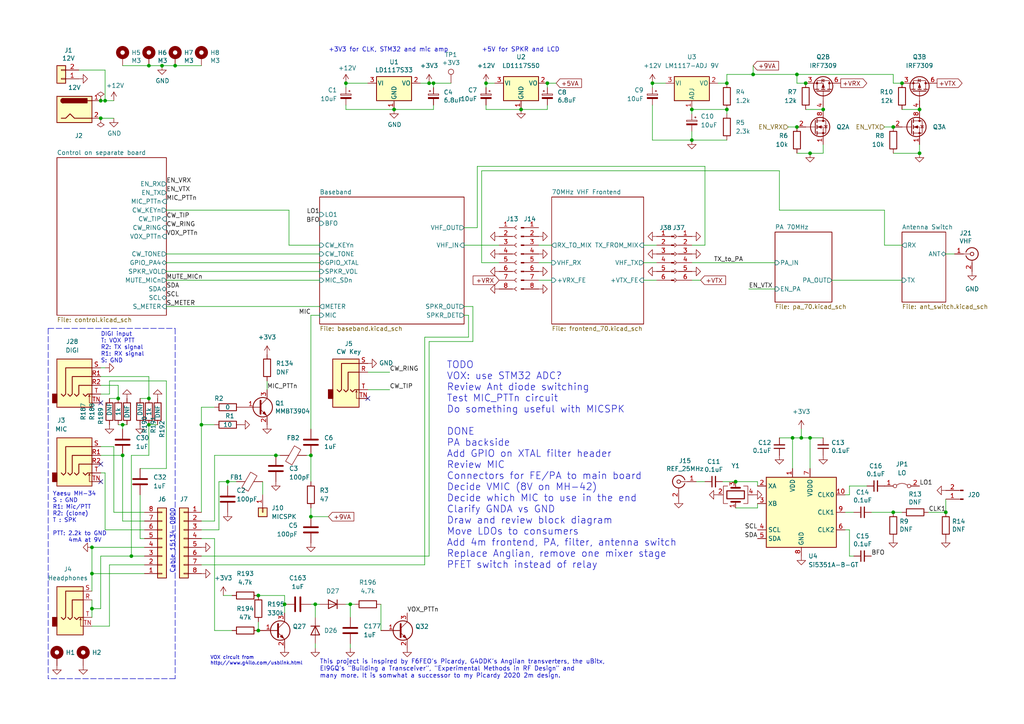
<source format=kicad_sch>
(kicad_sch (version 20211123) (generator eeschema)

  (uuid 7c83c304-769a-4be4-890e-297aba22b5b9)

  (paper "A4")

  (title_block
    (title "DART-70 TRX")
    (date "2023-02-18")
    (rev "0")
    (company "HB9EGM")
    (comment 1 "A 4m Band SSB/CW Transceiver")
  )

  

  (junction (at 232.41 127) (diameter 0) (color 0 0 0 0)
    (uuid 03889bb0-530a-4f17-942f-47bdd8c2143b)
  )
  (junction (at 74.93 182.88) (diameter 0) (color 0 0 0 0)
    (uuid 05f1488f-b95d-4647-953a-d2ec7eee61e9)
  )
  (junction (at 29.21 29.21) (diameter 0) (color 0 0 0 0)
    (uuid 0a082e3d-5a37-45bf-9936-1925b33d6b4f)
  )
  (junction (at 233.68 24.13) (diameter 0) (color 0 0 0 0)
    (uuid 0d713598-e0d7-4b64-806d-d27b5ae84128)
  )
  (junction (at 101.6 175.26) (diameter 0) (color 0 0 0 0)
    (uuid 0efaee8b-abcf-47a1-94ab-452bdfc4d10d)
  )
  (junction (at 259.08 148.59) (diameter 0) (color 0 0 0 0)
    (uuid 11ea7b85-b26d-4a7d-aaed-956352284452)
  )
  (junction (at 46.99 19.05) (diameter 0) (color 0 0 0 0)
    (uuid 130d74aa-cfde-4c45-8bfe-183aacd4590f)
  )
  (junction (at 266.7 44.45) (diameter 0) (color 0 0 0 0)
    (uuid 1379c036-b3e0-455b-b639-0f5dd015d03b)
  )
  (junction (at 210.82 24.13) (diameter 0) (color 0 0 0 0)
    (uuid 13b9a948-b29a-4475-8f42-f20ed3ed1c6a)
  )
  (junction (at 125.73 24.13) (diameter 0) (color 0 0 0 0)
    (uuid 1c29ab88-8089-4a9f-b0ec-e0493fb70d1a)
  )
  (junction (at 38.1 161.29) (diameter 0) (color 0 0 0 0)
    (uuid 2002fb77-6ce7-45e9-a078-9e559a07f8f6)
  )
  (junction (at 30.48 29.21) (diameter 0) (color 0 0 0 0)
    (uuid 248900dc-9b0b-4fb0-8b44-20e56324d88d)
  )
  (junction (at 29.21 34.29) (diameter 0) (color 0 0 0 0)
    (uuid 2bb5e7ab-7e6e-4e4b-8997-824caea277e9)
  )
  (junction (at 231.14 36.83) (diameter 0) (color 0 0 0 0)
    (uuid 2c691037-8de1-4537-a0ef-41ed59613839)
  )
  (junction (at 200.66 31.75) (diameter 0) (color 0 0 0 0)
    (uuid 398ec90b-61af-4d36-9539-63397d126e21)
  )
  (junction (at 210.82 31.75) (diameter 0) (color 0 0 0 0)
    (uuid 4242ccf2-3c4d-4a22-8247-2311c54121ff)
  )
  (junction (at 231.14 21.59) (diameter 0) (color 0 0 0 0)
    (uuid 4750ee37-26c3-426a-a03a-0a50ee4de791)
  )
  (junction (at 43.18 19.05) (diameter 0) (color 0 0 0 0)
    (uuid 48d3528f-d200-4dbf-87c6-2835721afb0e)
  )
  (junction (at 26.67 158.75) (diameter 0) (color 0 0 0 0)
    (uuid 4909e963-8ed8-4cc7-a752-cf9a746ceb8a)
  )
  (junction (at 58.42 123.19) (diameter 0) (color 0 0 0 0)
    (uuid 491c2725-7e3e-4c3b-bdfe-c4363d68c7c6)
  )
  (junction (at 100.33 24.13) (diameter 0) (color 0 0 0 0)
    (uuid 547281cc-eb15-43de-9560-1b10e39a19ed)
  )
  (junction (at 91.44 175.26) (diameter 0) (color 0 0 0 0)
    (uuid 54fc4616-1350-49bf-925e-695b28bb395e)
  )
  (junction (at 238.76 31.75) (diameter 0) (color 0 0 0 0)
    (uuid 5591956a-807b-4208-83a4-6327422e118a)
  )
  (junction (at 26.67 176.53) (diameter 0) (color 0 0 0 0)
    (uuid 6b9394bd-5e58-42ea-a9a4-f58e854aea5c)
  )
  (junction (at 234.95 127) (diameter 0) (color 0 0 0 0)
    (uuid 7e67c67f-3a1d-491c-a9ea-d2c0b71576e9)
  )
  (junction (at 259.08 36.83) (diameter 0) (color 0 0 0 0)
    (uuid 906f16af-3f1b-4545-bda0-18ebce89ce96)
  )
  (junction (at 140.97 24.13) (diameter 0) (color 0 0 0 0)
    (uuid 91bb5e66-90e9-4aff-b233-5b8d53e4ad1c)
  )
  (junction (at 124.46 24.13) (diameter 0) (color 0 0 0 0)
    (uuid 94eb2c38-e244-489c-ba32-44729ff54deb)
  )
  (junction (at 35.56 123.19) (diameter 0) (color 0 0 0 0)
    (uuid 9d55ccbc-4aa6-43b2-aa9c-42e27befe7f1)
  )
  (junction (at 26.67 166.37) (diameter 0) (color 0 0 0 0)
    (uuid 9fb2ca3c-8612-4c01-a40b-6e7e5895a1a0)
  )
  (junction (at 189.23 24.13) (diameter 0) (color 0 0 0 0)
    (uuid a01cdcc4-8ed1-4b36-8702-1b68481a60d9)
  )
  (junction (at 200.66 40.64) (diameter 0) (color 0 0 0 0)
    (uuid a13e5fb2-5800-4421-9e39-63277f01a71d)
  )
  (junction (at 274.32 148.59) (diameter 0) (color 0 0 0 0)
    (uuid a9fed849-c0d2-45ff-802c-7da3e4c52c0a)
  )
  (junction (at 114.3 31.75) (diameter 0) (color 0 0 0 0)
    (uuid b0c265f7-c716-45d5-8397-630db4d2cf65)
  )
  (junction (at 218.44 21.59) (diameter 0) (color 0 0 0 0)
    (uuid b48c282b-d280-4718-bf3a-caf683cb767c)
  )
  (junction (at 82.55 175.26) (diameter 0) (color 0 0 0 0)
    (uuid c004f84b-d700-424b-b84c-a145b0082928)
  )
  (junction (at 35.56 132.08) (diameter 0) (color 0 0 0 0)
    (uuid c1ab7d65-d6a4-4014-80e6-4813d19456de)
  )
  (junction (at 74.93 172.72) (diameter 0) (color 0 0 0 0)
    (uuid c53356f3-b76d-4e9b-819d-f464046dcdf2)
  )
  (junction (at 34.29 115.57) (diameter 0) (color 0 0 0 0)
    (uuid cfd0ce93-955b-4a4c-b9df-adb69c4364b8)
  )
  (junction (at 234.95 44.45) (diameter 0) (color 0 0 0 0)
    (uuid d26d0a63-c69d-4774-9fba-12ed686b99f6)
  )
  (junction (at 50.8 19.05) (diameter 0) (color 0 0 0 0)
    (uuid d4b4dbc7-e763-47b2-a6cb-b5c021db8bcc)
  )
  (junction (at 66.04 139.7) (diameter 0) (color 0 0 0 0)
    (uuid d4c3f5bf-47cb-4030-92b0-bec21d62f389)
  )
  (junction (at 261.62 24.13) (diameter 0) (color 0 0 0 0)
    (uuid d531b677-92b2-4589-8265-ffb9f0a9f471)
  )
  (junction (at 80.01 132.08) (diameter 0) (color 0 0 0 0)
    (uuid d7ecc3d2-2b6e-4e36-92b9-1b58fb257359)
  )
  (junction (at 90.17 132.08) (diameter 0) (color 0 0 0 0)
    (uuid d9abc64c-b691-4ece-b128-4f1d7b31754f)
  )
  (junction (at 43.18 115.57) (diameter 0) (color 0 0 0 0)
    (uuid e9342213-9707-4d1c-a69f-a3da6fb99c7a)
  )
  (junction (at 158.75 24.13) (diameter 0) (color 0 0 0 0)
    (uuid eb69835d-9be6-45e6-b58c-d2902ddb8fb1)
  )
  (junction (at 266.7 31.75) (diameter 0) (color 0 0 0 0)
    (uuid eeabe6f1-2db7-4eed-bd0c-6e41b390284d)
  )
  (junction (at 90.17 149.86) (diameter 0) (color 0 0 0 0)
    (uuid ef105c45-a454-45c2-badb-d87d915177ef)
  )
  (junction (at 229.87 127) (diameter 0) (color 0 0 0 0)
    (uuid f747ec33-420b-45bc-9778-b4604b083211)
  )
  (junction (at 151.13 31.75) (diameter 0) (color 0 0 0 0)
    (uuid f74be2ca-c140-4c85-937a-a008e4f4ddb7)
  )
  (junction (at 213.36 139.7) (diameter 0) (color 0 0 0 0)
    (uuid f8c9e2c3-818f-482b-ad48-f9fb56a455b0)
  )
  (junction (at 43.18 123.19) (diameter 0) (color 0 0 0 0)
    (uuid fd55beb5-af4c-45f5-9d86-830ec1cfc7da)
  )

  (no_connect (at 29.21 116.84) (uuid 2ccef648-ad61-491f-991d-149354748107))
  (no_connect (at 29.21 139.7) (uuid 891b06d0-7775-40c2-8d16-5452402b91d5))
  (no_connect (at 106.68 115.57) (uuid 9e56fb84-5b0b-47eb-9ee7-e24e7c08829b))
  (no_connect (at 29.21 134.62) (uuid b2135387-8c57-44ac-8ab3-29b54b43f871))

  (wire (pts (xy 29.21 34.29) (xy 33.02 34.29))
    (stroke (width 0) (type default) (color 0 0 0 0))
    (uuid 002154dd-fd21-426e-8f51-d82382197384)
  )
  (wire (pts (xy 256.54 60.96) (xy 256.54 71.12))
    (stroke (width 0) (type default) (color 0 0 0 0))
    (uuid 0051a5cc-b7c8-41b6-8151-8600227de8e2)
  )
  (wire (pts (xy 90.17 132.08) (xy 90.17 139.7))
    (stroke (width 0) (type default) (color 0 0 0 0))
    (uuid 008a59ee-36fb-4f36-a8b0-5cc99b1e8598)
  )
  (wire (pts (xy 256.54 71.12) (xy 261.62 71.12))
    (stroke (width 0) (type default) (color 0 0 0 0))
    (uuid 0116339a-5f0d-4745-a575-44652fb7d9b0)
  )
  (wire (pts (xy 29.21 111.76) (xy 34.29 111.76))
    (stroke (width 0) (type default) (color 0 0 0 0))
    (uuid 012e2806-a99e-44f3-bc66-c467def38bd2)
  )
  (wire (pts (xy 110.49 175.26) (xy 110.49 182.88))
    (stroke (width 0) (type default) (color 0 0 0 0))
    (uuid 025ac572-24f4-4397-b69b-bade669b4c40)
  )
  (wire (pts (xy 83.82 71.12) (xy 83.82 60.96))
    (stroke (width 0) (type default) (color 0 0 0 0))
    (uuid 04508b78-b957-4886-b3fa-3d951fb6452d)
  )
  (wire (pts (xy 246.38 143.51) (xy 245.11 143.51))
    (stroke (width 0) (type default) (color 0 0 0 0))
    (uuid 05f6334e-7131-4999-b788-1681af60d6df)
  )
  (wire (pts (xy 218.44 21.59) (xy 210.82 21.59))
    (stroke (width 0) (type default) (color 0 0 0 0))
    (uuid 09d1af20-c357-48ec-a10f-915c880f15b6)
  )
  (wire (pts (xy 158.75 24.13) (xy 158.75 25.4))
    (stroke (width 0) (type default) (color 0 0 0 0))
    (uuid 09fbb099-19ff-4c9e-b717-ff9eedac992b)
  )
  (wire (pts (xy 140.97 30.48) (xy 140.97 31.75))
    (stroke (width 0) (type default) (color 0 0 0 0))
    (uuid 0a3a19af-7bfa-4df3-9b73-b98420c4a518)
  )
  (wire (pts (xy 43.18 19.05) (xy 46.99 19.05))
    (stroke (width 0) (type default) (color 0 0 0 0))
    (uuid 0aad0e8d-0747-412b-85ac-039bbac4ff5e)
  )
  (wire (pts (xy 266.7 41.91) (xy 266.7 44.45))
    (stroke (width 0) (type default) (color 0 0 0 0))
    (uuid 0b3a2a48-0270-494e-962a-3658a00a0875)
  )
  (wire (pts (xy 226.06 60.96) (xy 256.54 60.96))
    (stroke (width 0) (type default) (color 0 0 0 0))
    (uuid 0bdff19d-fbde-4835-a259-d36d2ec0e6fd)
  )
  (wire (pts (xy 232.41 127) (xy 234.95 127))
    (stroke (width 0) (type default) (color 0 0 0 0))
    (uuid 0dd7a947-881a-4477-b1f8-b88536ca8809)
  )
  (wire (pts (xy 100.33 24.13) (xy 100.33 25.4))
    (stroke (width 0) (type default) (color 0 0 0 0))
    (uuid 11b5652b-07d3-428f-98d5-c354cf3693b1)
  )
  (wire (pts (xy 140.97 31.75) (xy 151.13 31.75))
    (stroke (width 0) (type default) (color 0 0 0 0))
    (uuid 160e3a4c-588b-4e79-ac75-f98bf80b7e0b)
  )
  (wire (pts (xy 210.82 31.75) (xy 210.82 33.02))
    (stroke (width 0) (type default) (color 0 0 0 0))
    (uuid 17fc291b-23f9-4de7-9168-978b13dcd03c)
  )
  (wire (pts (xy 63.5 153.67) (xy 63.5 139.7))
    (stroke (width 0) (type default) (color 0 0 0 0))
    (uuid 1869a25a-7405-4101-9da6-55f7c1e87e39)
  )
  (wire (pts (xy 26.67 166.37) (xy 41.91 166.37))
    (stroke (width 0) (type default) (color 0 0 0 0))
    (uuid 1bcf4a11-4c4f-42b8-9e84-ad79d97ffe8f)
  )
  (wire (pts (xy 74.93 172.72) (xy 82.55 172.72))
    (stroke (width 0) (type default) (color 0 0 0 0))
    (uuid 1d4132f7-1f35-449b-a4a4-451bd4dc48ab)
  )
  (wire (pts (xy 35.56 123.19) (xy 36.83 123.19))
    (stroke (width 0) (type default) (color 0 0 0 0))
    (uuid 1f7003d3-e395-4fae-a4ec-81e60f5ef90f)
  )
  (wire (pts (xy 41.91 148.59) (xy 33.02 148.59))
    (stroke (width 0) (type default) (color 0 0 0 0))
    (uuid 216cd782-5819-4b5e-931f-7587d15e2161)
  )
  (wire (pts (xy 82.55 177.8) (xy 82.55 175.26))
    (stroke (width 0) (type default) (color 0 0 0 0))
    (uuid 219438ca-bd57-4fea-aeb4-810d77461a18)
  )
  (wire (pts (xy 193.04 24.13) (xy 189.23 24.13))
    (stroke (width 0) (type default) (color 0 0 0 0))
    (uuid 2199bdfc-0462-4363-af5e-16d8e19d600a)
  )
  (wire (pts (xy 123.19 97.79) (xy 123.19 163.83))
    (stroke (width 0) (type default) (color 0 0 0 0))
    (uuid 227082fc-081f-46f9-b11d-3c272a90673e)
  )
  (polyline (pts (xy 13.97 95.25) (xy 50.8 95.25))
    (stroke (width 0) (type default) (color 0 0 0 0))
    (uuid 246d8c70-0329-4f4d-9351-49df120458af)
  )

  (wire (pts (xy 100.33 24.13) (xy 106.68 24.13))
    (stroke (width 0) (type default) (color 0 0 0 0))
    (uuid 28eca374-9b5c-4480-a1a6-52ddcbb57db2)
  )
  (wire (pts (xy 40.64 115.57) (xy 43.18 115.57))
    (stroke (width 0) (type default) (color 0 0 0 0))
    (uuid 2a3464a0-2ccd-434c-8817-4d7a2f14c67a)
  )
  (wire (pts (xy 245.11 148.59) (xy 247.65 148.59))
    (stroke (width 0) (type default) (color 0 0 0 0))
    (uuid 2a86319a-5a94-4745-ad80-6b5c02f72e82)
  )
  (wire (pts (xy 158.75 24.13) (xy 161.29 24.13))
    (stroke (width 0) (type default) (color 0 0 0 0))
    (uuid 2ea38bc3-7d3b-428e-a271-404ee98e752b)
  )
  (wire (pts (xy 135.89 91.44) (xy 135.89 97.79))
    (stroke (width 0) (type default) (color 0 0 0 0))
    (uuid 2f9b686c-0a8f-432b-9e90-c788e62691c6)
  )
  (wire (pts (xy 200.66 40.64) (xy 210.82 40.64))
    (stroke (width 0) (type default) (color 0 0 0 0))
    (uuid 33f01d9a-6abc-40a9-9b6b-d34bddbf731f)
  )
  (wire (pts (xy 256.54 36.83) (xy 259.08 36.83))
    (stroke (width 0) (type default) (color 0 0 0 0))
    (uuid 345987da-5aa5-4c5e-90e1-ddf0086ed5fb)
  )
  (wire (pts (xy 58.42 161.29) (xy 124.46 161.29))
    (stroke (width 0) (type default) (color 0 0 0 0))
    (uuid 361f9eaf-2e29-4825-b35a-439064c6d2db)
  )
  (wire (pts (xy 91.44 175.26) (xy 92.71 175.26))
    (stroke (width 0) (type default) (color 0 0 0 0))
    (uuid 36854e14-46fb-4279-bf79-0322ad1da42a)
  )
  (wire (pts (xy 139.7 76.2) (xy 144.78 76.2))
    (stroke (width 0) (type default) (color 0 0 0 0))
    (uuid 3a4811bf-b539-4978-b0d8-fe47f179161b)
  )
  (wire (pts (xy 67.31 172.72) (xy 64.77 172.72))
    (stroke (width 0) (type default) (color 0 0 0 0))
    (uuid 3cddbb36-7343-44a2-9871-f6b2e73f7d17)
  )
  (wire (pts (xy 134.62 66.04) (xy 138.43 66.04))
    (stroke (width 0) (type default) (color 0 0 0 0))
    (uuid 3ee41aac-558c-43a3-a816-e31001ae8352)
  )
  (wire (pts (xy 48.26 76.2) (xy 92.71 76.2))
    (stroke (width 0) (type default) (color 0 0 0 0))
    (uuid 3eeccf02-360d-4377-89f3-2458946d5853)
  )
  (wire (pts (xy 62.23 156.21) (xy 62.23 182.88))
    (stroke (width 0) (type default) (color 0 0 0 0))
    (uuid 401f2d1f-acc6-4e14-9963-49ecb3bd4627)
  )
  (wire (pts (xy 41.91 158.75) (xy 26.67 158.75))
    (stroke (width 0) (type default) (color 0 0 0 0))
    (uuid 4112aabb-0408-4a3a-9841-f57862637df1)
  )
  (wire (pts (xy 158.75 31.75) (xy 151.13 31.75))
    (stroke (width 0) (type default) (color 0 0 0 0))
    (uuid 443127ca-ab31-4ac0-90cc-723625487807)
  )
  (wire (pts (xy 208.28 24.13) (xy 210.82 24.13))
    (stroke (width 0) (type default) (color 0 0 0 0))
    (uuid 4435e8ff-b63e-4b32-81db-49caa0dd6c5f)
  )
  (wire (pts (xy 77.47 110.49) (xy 77.47 113.03))
    (stroke (width 0) (type default) (color 0 0 0 0))
    (uuid 486b2213-97da-44d5-9d90-f7e87963efde)
  )
  (wire (pts (xy 48.26 110.49) (xy 48.26 135.89))
    (stroke (width 0) (type default) (color 0 0 0 0))
    (uuid 48ad150c-3074-4e76-bbd8-ec98c624b5bc)
  )
  (polyline (pts (xy 50.8 95.25) (xy 50.8 196.85))
    (stroke (width 0) (type default) (color 0 0 0 0))
    (uuid 4b105a5f-5ed5-49ae-8bb9-f1d8c5566b50)
  )

  (wire (pts (xy 135.89 97.79) (xy 123.19 97.79))
    (stroke (width 0) (type default) (color 0 0 0 0))
    (uuid 4c2ca5f1-ff49-468e-a870-b80100e1827e)
  )
  (wire (pts (xy 210.82 21.59) (xy 210.82 24.13))
    (stroke (width 0) (type default) (color 0 0 0 0))
    (uuid 4c57c394-f97c-4a0b-80d4-0b5157781c3b)
  )
  (wire (pts (xy 261.62 31.75) (xy 266.7 31.75))
    (stroke (width 0) (type default) (color 0 0 0 0))
    (uuid 4d5acc98-17ff-4e60-af52-349a1269dddf)
  )
  (wire (pts (xy 139.7 49.53) (xy 139.7 76.2))
    (stroke (width 0) (type default) (color 0 0 0 0))
    (uuid 4ecfe5c5-d7fc-4d05-be28-1ed42c507ec3)
  )
  (wire (pts (xy 229.87 127) (xy 232.41 127))
    (stroke (width 0) (type default) (color 0 0 0 0))
    (uuid 5130484e-13a2-434f-935d-3be30d7a93c9)
  )
  (wire (pts (xy 156.21 81.28) (xy 160.02 81.28))
    (stroke (width 0) (type default) (color 0 0 0 0))
    (uuid 52d9d6dd-4266-418b-bf9a-446977053e6f)
  )
  (wire (pts (xy 29.21 161.29) (xy 29.21 176.53))
    (stroke (width 0) (type default) (color 0 0 0 0))
    (uuid 53bb37bd-6ad6-430f-b5e5-21e40448d528)
  )
  (wire (pts (xy 29.21 176.53) (xy 26.67 176.53))
    (stroke (width 0) (type default) (color 0 0 0 0))
    (uuid 568b5dd5-7629-4c3d-9388-eaa54c2762b1)
  )
  (wire (pts (xy 35.56 19.05) (xy 43.18 19.05))
    (stroke (width 0) (type default) (color 0 0 0 0))
    (uuid 579d81c4-8fa6-40d5-b99a-d160787b45b9)
  )
  (wire (pts (xy 58.42 153.67) (xy 63.5 153.67))
    (stroke (width 0) (type default) (color 0 0 0 0))
    (uuid 58e4fb93-6235-473b-af92-bf79be065bda)
  )
  (wire (pts (xy 204.47 48.26) (xy 204.47 71.12))
    (stroke (width 0) (type default) (color 0 0 0 0))
    (uuid 5a05460d-15bc-4058-86e6-a6bff5598db7)
  )
  (wire (pts (xy 218.44 19.05) (xy 218.44 21.59))
    (stroke (width 0) (type default) (color 0 0 0 0))
    (uuid 5afca071-0542-406b-83f5-f8ed30e05c4c)
  )
  (wire (pts (xy 138.43 48.26) (xy 204.47 48.26))
    (stroke (width 0) (type default) (color 0 0 0 0))
    (uuid 5c0ae8f2-fb0b-4cbf-bd78-f6131c18140d)
  )
  (wire (pts (xy 134.62 91.44) (xy 135.89 91.44))
    (stroke (width 0) (type default) (color 0 0 0 0))
    (uuid 5c0d735a-ca1c-4202-8faf-02e515d1181f)
  )
  (wire (pts (xy 259.08 21.59) (xy 231.14 21.59))
    (stroke (width 0) (type default) (color 0 0 0 0))
    (uuid 5ea05504-bb96-4847-90cf-26cb1afd4244)
  )
  (wire (pts (xy 91.44 175.26) (xy 91.44 179.07))
    (stroke (width 0) (type default) (color 0 0 0 0))
    (uuid 5ed02c6b-f3b8-4641-86b2-3c4cac92a5b4)
  )
  (wire (pts (xy 101.6 186.69) (xy 101.6 187.96))
    (stroke (width 0) (type default) (color 0 0 0 0))
    (uuid 5ed5b405-912e-49a2-adbb-ff35d95f4100)
  )
  (wire (pts (xy 76.2 139.7) (xy 76.2 143.51))
    (stroke (width 0) (type default) (color 0 0 0 0))
    (uuid 601c5479-68c8-4d7c-bbde-860bd11a7597)
  )
  (wire (pts (xy 38.1 161.29) (xy 29.21 161.29))
    (stroke (width 0) (type default) (color 0 0 0 0))
    (uuid 6062b414-90cb-4cef-839a-25d90087f1b4)
  )
  (wire (pts (xy 38.1 132.08) (xy 43.18 132.08))
    (stroke (width 0) (type default) (color 0 0 0 0))
    (uuid 60d27bb0-faad-48a9-89c1-b059b592a640)
  )
  (wire (pts (xy 35.56 151.13) (xy 41.91 151.13))
    (stroke (width 0) (type default) (color 0 0 0 0))
    (uuid 6123b0cd-d677-4963-a353-8d6b35692422)
  )
  (polyline (pts (xy 50.8 196.85) (xy 13.97 196.85))
    (stroke (width 0) (type default) (color 0 0 0 0))
    (uuid 6188cf07-9c8d-498a-9db9-9718888dfe39)
  )

  (wire (pts (xy 124.46 24.13) (xy 125.73 24.13))
    (stroke (width 0) (type default) (color 0 0 0 0))
    (uuid 63da3512-bd51-489d-833d-20bce6d76019)
  )
  (wire (pts (xy 251.46 140.97) (xy 246.38 140.97))
    (stroke (width 0) (type default) (color 0 0 0 0))
    (uuid 64e90390-0f4c-4cc1-bafa-363ce23516e9)
  )
  (wire (pts (xy 246.38 161.29) (xy 246.38 153.67))
    (stroke (width 0) (type default) (color 0 0 0 0))
    (uuid 65dd0601-a23d-4c5d-b924-966fc498cbfc)
  )
  (wire (pts (xy 137.16 99.06) (xy 124.46 99.06))
    (stroke (width 0) (type default) (color 0 0 0 0))
    (uuid 67fd3f09-ff5e-4560-b9cb-23649083a340)
  )
  (wire (pts (xy 238.76 44.45) (xy 234.95 44.45))
    (stroke (width 0) (type default) (color 0 0 0 0))
    (uuid 67fd7240-7a2e-4504-8c70-47b3112c634e)
  )
  (wire (pts (xy 26.67 166.37) (xy 26.67 171.45))
    (stroke (width 0) (type default) (color 0 0 0 0))
    (uuid 696f862b-a951-463f-ad29-011c067090d6)
  )
  (wire (pts (xy 246.38 153.67) (xy 245.11 153.67))
    (stroke (width 0) (type default) (color 0 0 0 0))
    (uuid 699bee8c-8bc3-4aa6-b4ed-0aa4d255078a)
  )
  (wire (pts (xy 29.21 114.3) (xy 31.75 114.3))
    (stroke (width 0) (type default) (color 0 0 0 0))
    (uuid 6a5afd47-09df-4a89-803d-e13998688277)
  )
  (wire (pts (xy 38.1 161.29) (xy 38.1 132.08))
    (stroke (width 0) (type default) (color 0 0 0 0))
    (uuid 6ac2f4eb-9300-4682-9dca-8ec36d45a0ab)
  )
  (wire (pts (xy 234.95 127) (xy 234.95 135.89))
    (stroke (width 0) (type default) (color 0 0 0 0))
    (uuid 6b09c60c-c53b-47dd-b8b8-94f682cd2086)
  )
  (wire (pts (xy 58.42 151.13) (xy 62.23 151.13))
    (stroke (width 0) (type default) (color 0 0 0 0))
    (uuid 6cc72bfd-2651-4e90-af42-5d6cec3950c1)
  )
  (wire (pts (xy 26.67 173.99) (xy 26.67 176.53))
    (stroke (width 0) (type default) (color 0 0 0 0))
    (uuid 7019dafb-64b4-4e22-837e-9f37341a0157)
  )
  (wire (pts (xy 48.26 78.74) (xy 92.71 78.74))
    (stroke (width 0) (type default) (color 0 0 0 0))
    (uuid 73062404-be1b-4744-bd1e-9e3d624b8fb3)
  )
  (wire (pts (xy 66.04 139.7) (xy 68.58 139.7))
    (stroke (width 0) (type default) (color 0 0 0 0))
    (uuid 735e33ba-0601-4acb-983d-1656020ec14e)
  )
  (wire (pts (xy 259.08 24.13) (xy 261.62 24.13))
    (stroke (width 0) (type default) (color 0 0 0 0))
    (uuid 73697aae-1f79-401a-bdaa-9ebc2f2340de)
  )
  (wire (pts (xy 140.97 24.13) (xy 140.97 25.4))
    (stroke (width 0) (type default) (color 0 0 0 0))
    (uuid 7471700d-9a5d-406e-b9fc-bdeed49379fa)
  )
  (wire (pts (xy 30.48 29.21) (xy 33.02 29.21))
    (stroke (width 0) (type default) (color 0 0 0 0))
    (uuid 74760d5b-303c-4603-ac2e-6b5209546581)
  )
  (polyline (pts (xy 13.97 95.25) (xy 13.97 196.85))
    (stroke (width 0) (type default) (color 0 0 0 0))
    (uuid 74e37401-14d3-4e3c-84ed-7ddb4d75b44f)
  )

  (wire (pts (xy 29.21 129.54) (xy 33.02 129.54))
    (stroke (width 0) (type default) (color 0 0 0 0))
    (uuid 754f923b-5aa7-4d87-b589-d53346af6023)
  )
  (wire (pts (xy 62.23 182.88) (xy 67.31 182.88))
    (stroke (width 0) (type default) (color 0 0 0 0))
    (uuid 77cc857c-e045-46ac-921a-7b86818ca625)
  )
  (wire (pts (xy 156.21 76.2) (xy 160.02 76.2))
    (stroke (width 0) (type default) (color 0 0 0 0))
    (uuid 7887f659-7796-4d20-b8ec-45fe37db4d3b)
  )
  (wire (pts (xy 58.42 123.19) (xy 62.23 123.19))
    (stroke (width 0) (type default) (color 0 0 0 0))
    (uuid 7921deca-5f19-4011-854e-77ffc3283167)
  )
  (wire (pts (xy 22.86 20.32) (xy 30.48 20.32))
    (stroke (width 0) (type default) (color 0 0 0 0))
    (uuid 79aced1b-30d4-4883-86bf-8a38d664736a)
  )
  (wire (pts (xy 134.62 71.12) (xy 144.78 71.12))
    (stroke (width 0) (type default) (color 0 0 0 0))
    (uuid 7b959fed-4370-4448-9d17-fbc4f5703c60)
  )
  (wire (pts (xy 31.75 115.57) (xy 34.29 115.57))
    (stroke (width 0) (type default) (color 0 0 0 0))
    (uuid 7c8f4fb6-d76c-4fd6-89a0-af30aa8d7cb9)
  )
  (wire (pts (xy 252.73 148.59) (xy 259.08 148.59))
    (stroke (width 0) (type default) (color 0 0 0 0))
    (uuid 7d4200e5-e280-4699-af56-048ba84247d3)
  )
  (wire (pts (xy 81.28 132.08) (xy 80.01 132.08))
    (stroke (width 0) (type default) (color 0 0 0 0))
    (uuid 7fcd6903-4017-464e-a708-1e51b67dd39f)
  )
  (wire (pts (xy 26.67 158.75) (xy 26.67 166.37))
    (stroke (width 0) (type default) (color 0 0 0 0))
    (uuid 80203512-93fd-487a-a00c-1916502463c3)
  )
  (wire (pts (xy 137.16 88.9) (xy 137.16 99.06))
    (stroke (width 0) (type default) (color 0 0 0 0))
    (uuid 812f91c0-f736-4383-bfee-2790347c3abf)
  )
  (wire (pts (xy 90.17 149.86) (xy 95.25 149.86))
    (stroke (width 0) (type default) (color 0 0 0 0))
    (uuid 816e41e9-8ef8-4e70-a70f-02175bdc97c4)
  )
  (wire (pts (xy 234.95 44.45) (xy 231.14 44.45))
    (stroke (width 0) (type default) (color 0 0 0 0))
    (uuid 86c60f4b-4421-4865-beff-ed93adca8ac2)
  )
  (wire (pts (xy 186.69 76.2) (xy 190.5 76.2))
    (stroke (width 0) (type default) (color 0 0 0 0))
    (uuid 89f5cd17-8501-4243-bc98-0e8a1aab3a95)
  )
  (wire (pts (xy 43.18 109.22) (xy 29.21 109.22))
    (stroke (width 0) (type default) (color 0 0 0 0))
    (uuid 8c21da1a-7f0f-49f7-bf28-d155cb03be4b)
  )
  (wire (pts (xy 34.29 123.19) (xy 35.56 123.19))
    (stroke (width 0) (type default) (color 0 0 0 0))
    (uuid 8d12d79e-51f7-4ca7-b044-3e4e258b0ca7)
  )
  (wire (pts (xy 247.65 161.29) (xy 246.38 161.29))
    (stroke (width 0) (type default) (color 0 0 0 0))
    (uuid 8e0abe23-8e7e-48a9-af11-f26197bd8fbf)
  )
  (wire (pts (xy 74.93 180.34) (xy 74.93 182.88))
    (stroke (width 0) (type default) (color 0 0 0 0))
    (uuid 8f1ab95b-1867-4005-8242-092f60cbfea5)
  )
  (wire (pts (xy 189.23 30.48) (xy 189.23 40.64))
    (stroke (width 0) (type default) (color 0 0 0 0))
    (uuid 8f5c2a3a-b2da-434e-8810-9da52a5e413a)
  )
  (wire (pts (xy 29.21 132.08) (xy 35.56 132.08))
    (stroke (width 0) (type default) (color 0 0 0 0))
    (uuid 8fe92221-afec-47ce-a89d-2a3cf937d9a2)
  )
  (wire (pts (xy 35.56 123.19) (xy 35.56 124.46))
    (stroke (width 0) (type default) (color 0 0 0 0))
    (uuid 900073c8-27f0-4864-bec9-14e524ac2d69)
  )
  (wire (pts (xy 134.62 88.9) (xy 137.16 88.9))
    (stroke (width 0) (type default) (color 0 0 0 0))
    (uuid 906c4fbb-4fdd-48c5-aa07-85c56299e46a)
  )
  (wire (pts (xy 90.17 147.32) (xy 90.17 149.86))
    (stroke (width 0) (type default) (color 0 0 0 0))
    (uuid 91c438b1-678d-4a85-be0e-771bfbc58931)
  )
  (wire (pts (xy 233.68 31.75) (xy 238.76 31.75))
    (stroke (width 0) (type default) (color 0 0 0 0))
    (uuid 92dfb53a-5556-47b1-8088-214aebbc803d)
  )
  (wire (pts (xy 92.71 91.44) (xy 90.17 91.44))
    (stroke (width 0) (type default) (color 0 0 0 0))
    (uuid 935427ba-97bd-4319-b38c-51b473619c8a)
  )
  (wire (pts (xy 34.29 111.76) (xy 34.29 115.57))
    (stroke (width 0) (type default) (color 0 0 0 0))
    (uuid 93dc0368-dae8-476c-8070-e86bda493011)
  )
  (wire (pts (xy 158.75 30.48) (xy 158.75 31.75))
    (stroke (width 0) (type default) (color 0 0 0 0))
    (uuid 96e30a9c-78b6-4d1a-bc72-6cbdc7743876)
  )
  (wire (pts (xy 90.17 91.44) (xy 90.17 124.46))
    (stroke (width 0) (type default) (color 0 0 0 0))
    (uuid 9792cf44-3261-4d9f-8ae0-31fdeec0dc70)
  )
  (wire (pts (xy 35.56 151.13) (xy 35.56 132.08))
    (stroke (width 0) (type default) (color 0 0 0 0))
    (uuid 98ea83ac-41c6-4b7d-be63-41372bbd6e24)
  )
  (wire (pts (xy 100.33 30.48) (xy 100.33 31.75))
    (stroke (width 0) (type default) (color 0 0 0 0))
    (uuid 99f8394d-1325-4f0e-9ed0-19dceab6e1f9)
  )
  (wire (pts (xy 62.23 132.08) (xy 80.01 132.08))
    (stroke (width 0) (type default) (color 0 0 0 0))
    (uuid 9c3d736f-f850-40b5-83bf-bf71ce2d8e7c)
  )
  (wire (pts (xy 124.46 99.06) (xy 124.46 161.29))
    (stroke (width 0) (type default) (color 0 0 0 0))
    (uuid 9c4c0112-7564-4034-996a-b0e56c2141a6)
  )
  (wire (pts (xy 186.69 71.12) (xy 190.5 71.12))
    (stroke (width 0) (type default) (color 0 0 0 0))
    (uuid 9d00ede8-7480-44d8-b21e-d16dd17b75ac)
  )
  (wire (pts (xy 238.76 127) (xy 234.95 127))
    (stroke (width 0) (type default) (color 0 0 0 0))
    (uuid 9d3a7a2b-8bae-4d82-8634-16a99f57e389)
  )
  (wire (pts (xy 33.02 129.54) (xy 33.02 148.59))
    (stroke (width 0) (type default) (color 0 0 0 0))
    (uuid 9d5b6cd8-17f0-45de-b87b-5c8a0bd4db14)
  )
  (wire (pts (xy 228.6 36.83) (xy 231.14 36.83))
    (stroke (width 0) (type default) (color 0 0 0 0))
    (uuid a057c374-c462-4764-bd16-2c00eef92afa)
  )
  (wire (pts (xy 48.26 81.28) (xy 92.71 81.28))
    (stroke (width 0) (type default) (color 0 0 0 0))
    (uuid a1864b64-1865-4240-b098-5056fb759def)
  )
  (wire (pts (xy 106.68 107.95) (xy 113.03 107.95))
    (stroke (width 0) (type default) (color 0 0 0 0))
    (uuid a1abde39-78d5-402d-bb1c-75243c61d29b)
  )
  (wire (pts (xy 232.41 124.46) (xy 232.41 127))
    (stroke (width 0) (type default) (color 0 0 0 0))
    (uuid a39008b0-0dd6-44dc-b176-ab03b6874ae7)
  )
  (wire (pts (xy 274.32 73.66) (xy 276.86 73.66))
    (stroke (width 0) (type default) (color 0 0 0 0))
    (uuid a43beeeb-0d60-44c9-bc6b-40c9e75459e8)
  )
  (wire (pts (xy 88.9 132.08) (xy 90.17 132.08))
    (stroke (width 0) (type default) (color 0 0 0 0))
    (uuid a5f4f26e-4b82-496f-b7bb-4ed4211f8100)
  )
  (wire (pts (xy 100.33 31.75) (xy 114.3 31.75))
    (stroke (width 0) (type default) (color 0 0 0 0))
    (uuid a69bb6f5-978b-49bb-9446-4ec9cfe4501e)
  )
  (wire (pts (xy 82.55 175.26) (xy 82.55 172.72))
    (stroke (width 0) (type default) (color 0 0 0 0))
    (uuid a6baa060-c82d-461a-96f5-4f21d73265a4)
  )
  (wire (pts (xy 259.08 21.59) (xy 259.08 24.13))
    (stroke (width 0) (type default) (color 0 0 0 0))
    (uuid a7349b87-3477-4ba5-bc62-3587f94ab817)
  )
  (wire (pts (xy 66.04 140.97) (xy 66.04 139.7))
    (stroke (width 0) (type default) (color 0 0 0 0))
    (uuid a8d341ec-3332-4d82-8a1f-e52e32f564f1)
  )
  (wire (pts (xy 63.5 139.7) (xy 66.04 139.7))
    (stroke (width 0) (type default) (color 0 0 0 0))
    (uuid a9276ad3-2500-44c6-895a-e842a0033021)
  )
  (wire (pts (xy 40.64 143.51) (xy 40.64 156.21))
    (stroke (width 0) (type default) (color 0 0 0 0))
    (uuid a97e4f3d-f371-47f1-8ee9-cbe61c23c759)
  )
  (wire (pts (xy 30.48 153.67) (xy 30.48 137.16))
    (stroke (width 0) (type default) (color 0 0 0 0))
    (uuid a99a526a-0727-4d5d-b793-47c299fd72ba)
  )
  (wire (pts (xy 138.43 66.04) (xy 138.43 48.26))
    (stroke (width 0) (type default) (color 0 0 0 0))
    (uuid ad195d4d-ed76-4a26-ac30-01da417bd64b)
  )
  (wire (pts (xy 231.14 21.59) (xy 218.44 21.59))
    (stroke (width 0) (type default) (color 0 0 0 0))
    (uuid ad76707e-1f2e-4941-86a0-50951acd24bc)
  )
  (wire (pts (xy 91.44 186.69) (xy 91.44 187.96))
    (stroke (width 0) (type default) (color 0 0 0 0))
    (uuid add05f6f-edf6-4631-b6b3-35897f9e8c7b)
  )
  (wire (pts (xy 189.23 40.64) (xy 200.66 40.64))
    (stroke (width 0) (type default) (color 0 0 0 0))
    (uuid aed0a299-8aa6-4a50-b993-c38efe5fdd7a)
  )
  (wire (pts (xy 217.17 83.82) (xy 224.79 83.82))
    (stroke (width 0) (type default) (color 0 0 0 0))
    (uuid b056317e-32ca-4f2d-b310-fc1492cc5060)
  )
  (wire (pts (xy 90.17 175.26) (xy 91.44 175.26))
    (stroke (width 0) (type default) (color 0 0 0 0))
    (uuid b1a62f88-404d-483f-bb63-16c8188b4f3a)
  )
  (wire (pts (xy 189.23 24.13) (xy 189.23 25.4))
    (stroke (width 0) (type default) (color 0 0 0 0))
    (uuid b1ea2466-2371-4b96-9289-6c42e0f0b899)
  )
  (wire (pts (xy 62.23 151.13) (xy 62.23 132.08))
    (stroke (width 0) (type default) (color 0 0 0 0))
    (uuid b32653e4-7801-40ea-b61b-f0311c01d3b4)
  )
  (wire (pts (xy 266.7 44.45) (xy 259.08 44.45))
    (stroke (width 0) (type default) (color 0 0 0 0))
    (uuid b5cbe891-dcdf-4951-8f0a-b2c28e4293cd)
  )
  (wire (pts (xy 58.42 156.21) (xy 62.23 156.21))
    (stroke (width 0) (type default) (color 0 0 0 0))
    (uuid b66c197d-a987-4d64-bb63-7ddb1a72d7fd)
  )
  (wire (pts (xy 31.75 110.49) (xy 48.26 110.49))
    (stroke (width 0) (type default) (color 0 0 0 0))
    (uuid b81d0c78-d550-41d4-a1eb-117ebf171da9)
  )
  (wire (pts (xy 101.6 175.26) (xy 102.87 175.26))
    (stroke (width 0) (type default) (color 0 0 0 0))
    (uuid ba28163c-9ab2-44c5-b089-1433660941d6)
  )
  (wire (pts (xy 231.14 24.13) (xy 233.68 24.13))
    (stroke (width 0) (type default) (color 0 0 0 0))
    (uuid bb78f99c-6783-4afe-a661-68817d4180ab)
  )
  (wire (pts (xy 246.38 140.97) (xy 246.38 143.51))
    (stroke (width 0) (type default) (color 0 0 0 0))
    (uuid bcb20d96-4c0e-4c98-a263-0cdd41ab15e5)
  )
  (wire (pts (xy 31.75 114.3) (xy 31.75 110.49))
    (stroke (width 0) (type default) (color 0 0 0 0))
    (uuid bd0e4fad-23a4-44c5-8109-e923d950f5c3)
  )
  (wire (pts (xy 200.66 38.1) (xy 200.66 40.64))
    (stroke (width 0) (type default) (color 0 0 0 0))
    (uuid bda7a16e-b931-4d51-b769-ff5809beef5f)
  )
  (wire (pts (xy 48.26 60.96) (xy 83.82 60.96))
    (stroke (width 0) (type default) (color 0 0 0 0))
    (uuid bfce1213-d511-4811-bc9d-beb994b8b9fe)
  )
  (wire (pts (xy 31.75 163.83) (xy 31.75 181.61))
    (stroke (width 0) (type default) (color 0 0 0 0))
    (uuid c0738ee3-5ef6-48be-9a20-f10b8cdc3a6d)
  )
  (wire (pts (xy 41.91 161.29) (xy 38.1 161.29))
    (stroke (width 0) (type default) (color 0 0 0 0))
    (uuid c12b5903-2f75-49c3-8332-69e02fb1aff7)
  )
  (wire (pts (xy 41.91 156.21) (xy 40.64 156.21))
    (stroke (width 0) (type default) (color 0 0 0 0))
    (uuid c13eaffb-5c39-4e48-8c42-cc2bcee712b4)
  )
  (wire (pts (xy 229.87 127) (xy 229.87 135.89))
    (stroke (width 0) (type default) (color 0 0 0 0))
    (uuid c24d03f2-5bff-4d74-88e5-481cd2f1e035)
  )
  (wire (pts (xy 274.32 148.59) (xy 274.32 144.78))
    (stroke (width 0) (type default) (color 0 0 0 0))
    (uuid c48e879f-0b64-4f86-a8cf-003dbff29c4e)
  )
  (wire (pts (xy 226.06 49.53) (xy 226.06 60.96))
    (stroke (width 0) (type default) (color 0 0 0 0))
    (uuid c4edda47-532d-4e95-9fc8-38bd0ed58dfb)
  )
  (wire (pts (xy 186.69 81.28) (xy 190.5 81.28))
    (stroke (width 0) (type default) (color 0 0 0 0))
    (uuid c64a6907-65ea-4d9f-8271-b12257b06b60)
  )
  (wire (pts (xy 261.62 148.59) (xy 259.08 148.59))
    (stroke (width 0) (type default) (color 0 0 0 0))
    (uuid cbbfb5e5-7e85-4367-b6a7-9b21fc6d9e17)
  )
  (wire (pts (xy 139.7 49.53) (xy 226.06 49.53))
    (stroke (width 0) (type default) (color 0 0 0 0))
    (uuid cbd19eae-411c-4ba9-9265-3a6ab1b93364)
  )
  (wire (pts (xy 213.36 147.32) (xy 219.71 147.32))
    (stroke (width 0) (type default) (color 0 0 0 0))
    (uuid cc89f37d-2221-4ee8-a763-21432c733f93)
  )
  (wire (pts (xy 121.92 24.13) (xy 124.46 24.13))
    (stroke (width 0) (type default) (color 0 0 0 0))
    (uuid cdc3b2bb-9f60-476c-ac94-bf550b6e7b5e)
  )
  (wire (pts (xy 238.76 41.91) (xy 238.76 44.45))
    (stroke (width 0) (type default) (color 0 0 0 0))
    (uuid cdf8245b-2e03-441d-8536-8e14a3d0d2ff)
  )
  (wire (pts (xy 226.06 127) (xy 229.87 127))
    (stroke (width 0) (type default) (color 0 0 0 0))
    (uuid ceb52c7a-a12c-449a-be98-109b3a3bd409)
  )
  (wire (pts (xy 41.91 163.83) (xy 31.75 163.83))
    (stroke (width 0) (type default) (color 0 0 0 0))
    (uuid d1791382-8e9e-408d-8461-11f5ded4ad48)
  )
  (wire (pts (xy 29.21 29.21) (xy 30.48 29.21))
    (stroke (width 0) (type default) (color 0 0 0 0))
    (uuid d18620ef-44b4-47e8-b939-bb0398e91c85)
  )
  (wire (pts (xy 62.23 118.11) (xy 58.42 118.11))
    (stroke (width 0) (type default) (color 0 0 0 0))
    (uuid d1ce4cd2-0109-47a9-93f8-38c475604c2d)
  )
  (wire (pts (xy 203.2 81.28) (xy 200.66 81.28))
    (stroke (width 0) (type default) (color 0 0 0 0))
    (uuid d3a84e57-57ed-4e86-bbef-110f27537e2d)
  )
  (wire (pts (xy 101.6 175.26) (xy 100.33 175.26))
    (stroke (width 0) (type default) (color 0 0 0 0))
    (uuid d45f846b-c301-44d2-87d8-543fb71fc96f)
  )
  (wire (pts (xy 219.71 139.7) (xy 219.71 140.97))
    (stroke (width 0) (type default) (color 0 0 0 0))
    (uuid d51dda35-7a1a-4d41-817a-7bb1f7f6ffd4)
  )
  (wire (pts (xy 125.73 24.13) (xy 130.81 24.13))
    (stroke (width 0) (type default) (color 0 0 0 0))
    (uuid d525e71e-c2ed-4851-a87b-7438f67fb580)
  )
  (wire (pts (xy 46.99 19.05) (xy 50.8 19.05))
    (stroke (width 0) (type default) (color 0 0 0 0))
    (uuid d5d26400-826e-40a5-a7b1-6a9ebbaedfb4)
  )
  (wire (pts (xy 204.47 71.12) (xy 200.66 71.12))
    (stroke (width 0) (type default) (color 0 0 0 0))
    (uuid d6359d4b-1c12-4663-b116-45be3135a185)
  )
  (wire (pts (xy 43.18 109.22) (xy 43.18 115.57))
    (stroke (width 0) (type default) (color 0 0 0 0))
    (uuid d69edc37-e033-4412-95fb-f9006872dc8c)
  )
  (wire (pts (xy 241.3 81.28) (xy 261.62 81.28))
    (stroke (width 0) (type default) (color 0 0 0 0))
    (uuid dd34928a-03c5-4a5d-a033-92155af70ac7)
  )
  (wire (pts (xy 140.97 24.13) (xy 143.51 24.13))
    (stroke (width 0) (type default) (color 0 0 0 0))
    (uuid dd927172-6a9a-406f-a951-4e7f78cebb7b)
  )
  (wire (pts (xy 101.6 179.07) (xy 101.6 175.26))
    (stroke (width 0) (type default) (color 0 0 0 0))
    (uuid df100a56-7392-493d-8b6e-86fc6143d01d)
  )
  (wire (pts (xy 50.8 19.05) (xy 58.42 19.05))
    (stroke (width 0) (type default) (color 0 0 0 0))
    (uuid dfd58d9e-0c03-4a20-9983-0d32c26093d8)
  )
  (wire (pts (xy 29.21 137.16) (xy 30.48 137.16))
    (stroke (width 0) (type default) (color 0 0 0 0))
    (uuid e0b9a722-e170-4302-a4fd-5e8753db7507)
  )
  (wire (pts (xy 26.67 176.53) (xy 26.67 179.07))
    (stroke (width 0) (type default) (color 0 0 0 0))
    (uuid e13bdf92-8a8e-480a-979d-89eb54f62599)
  )
  (wire (pts (xy 30.48 153.67) (xy 41.91 153.67))
    (stroke (width 0) (type default) (color 0 0 0 0))
    (uuid e14c95a1-54f8-45dd-a1c7-754772fa0aa1)
  )
  (wire (pts (xy 200.66 76.2) (xy 224.79 76.2))
    (stroke (width 0) (type default) (color 0 0 0 0))
    (uuid e172e707-37ee-4eca-bafc-b341a9ceabaa)
  )
  (wire (pts (xy 58.42 163.83) (xy 123.19 163.83))
    (stroke (width 0) (type default) (color 0 0 0 0))
    (uuid e176270a-9085-4242-b7c7-9ea9ab078583)
  )
  (wire (pts (xy 48.26 88.9) (xy 92.71 88.9))
    (stroke (width 0) (type default) (color 0 0 0 0))
    (uuid e1e720db-7dfc-41da-9ad4-b3768ff49c06)
  )
  (wire (pts (xy 114.3 31.75) (xy 125.73 31.75))
    (stroke (width 0) (type default) (color 0 0 0 0))
    (uuid e264f0d9-6386-4838-a810-81df8032f681)
  )
  (wire (pts (xy 30.48 20.32) (xy 30.48 29.21))
    (stroke (width 0) (type default) (color 0 0 0 0))
    (uuid e49f1b40-a83b-4b72-93d7-dd44349357c4)
  )
  (wire (pts (xy 43.18 123.19) (xy 45.72 123.19))
    (stroke (width 0) (type default) (color 0 0 0 0))
    (uuid e7845d68-e5dc-4948-b8be-e64f3e188bb5)
  )
  (wire (pts (xy 106.68 113.03) (xy 113.03 113.03))
    (stroke (width 0) (type default) (color 0 0 0 0))
    (uuid e7ac32f0-5e71-4c65-ac6f-730f4731f5f7)
  )
  (wire (pts (xy 48.26 73.66) (xy 92.71 73.66))
    (stroke (width 0) (type default) (color 0 0 0 0))
    (uuid e7fda734-bc52-4f7b-a47b-c1ec6d307d8f)
  )
  (wire (pts (xy 48.26 135.89) (xy 40.64 135.89))
    (stroke (width 0) (type default) (color 0 0 0 0))
    (uuid e91dad84-d131-4d30-aeb9-ac5dff4b3633)
  )
  (wire (pts (xy 274.32 148.59) (xy 269.24 148.59))
    (stroke (width 0) (type default) (color 0 0 0 0))
    (uuid ea6f4611-7eac-4b21-b232-fff65a738b95)
  )
  (wire (pts (xy 209.55 139.7) (xy 213.36 139.7))
    (stroke (width 0) (type default) (color 0 0 0 0))
    (uuid ea97e745-2bac-4983-a78b-499e0f8d7b6d)
  )
  (wire (pts (xy 200.66 31.75) (xy 210.82 31.75))
    (stroke (width 0) (type default) (color 0 0 0 0))
    (uuid eb9b3733-e4ec-4731-87f1-5f6fd8f11a68)
  )
  (wire (pts (xy 156.21 71.12) (xy 160.02 71.12))
    (stroke (width 0) (type default) (color 0 0 0 0))
    (uuid ecfe8984-0282-4208-8f3d-aa8b3adb9dd8)
  )
  (wire (pts (xy 58.42 123.19) (xy 58.42 148.59))
    (stroke (width 0) (type default) (color 0 0 0 0))
    (uuid ee32008c-3a41-41ed-acda-9217a2246d07)
  )
  (wire (pts (xy 58.42 118.11) (xy 58.42 123.19))
    (stroke (width 0) (type default) (color 0 0 0 0))
    (uuid f142e195-1e8c-4d80-b290-cc6d513aa04c)
  )
  (wire (pts (xy 83.82 71.12) (xy 92.71 71.12))
    (stroke (width 0) (type default) (color 0 0 0 0))
    (uuid f22441fb-3978-4762-b6a3-6def4069e413)
  )
  (wire (pts (xy 204.47 139.7) (xy 201.93 139.7))
    (stroke (width 0) (type default) (color 0 0 0 0))
    (uuid f38fd353-54b3-403a-9387-7ff36888e6a9)
  )
  (wire (pts (xy 213.36 139.7) (xy 219.71 139.7))
    (stroke (width 0) (type default) (color 0 0 0 0))
    (uuid f7008c47-327e-4961-9c20-bbaf09b0d636)
  )
  (wire (pts (xy 219.71 147.32) (xy 219.71 146.05))
    (stroke (width 0) (type default) (color 0 0 0 0))
    (uuid f841e691-04bf-4057-bcb4-476ba3910c05)
  )
  (wire (pts (xy 125.73 30.48) (xy 125.73 31.75))
    (stroke (width 0) (type default) (color 0 0 0 0))
    (uuid fc244ca3-4412-44ac-b1f3-44d00d15b5ac)
  )
  (wire (pts (xy 200.66 31.75) (xy 200.66 33.02))
    (stroke (width 0) (type default) (color 0 0 0 0))
    (uuid fc4a7459-1bb4-4226-8823-ec552cb8417e)
  )
  (wire (pts (xy 43.18 123.19) (xy 43.18 132.08))
    (stroke (width 0) (type default) (color 0 0 0 0))
    (uuid fcd3e21a-290b-48f5-9d98-bf10da5f3f08)
  )
  (wire (pts (xy 29.21 106.68) (xy 30.48 106.68))
    (stroke (width 0) (type default) (color 0 0 0 0))
    (uuid fe6c5c62-a539-4eb7-88f4-5a724361eef1)
  )
  (wire (pts (xy 231.14 21.59) (xy 231.14 24.13))
    (stroke (width 0) (type default) (color 0 0 0 0))
    (uuid fe8a3f3f-3126-421d-b59c-37217ed6f49c)
  )
  (wire (pts (xy 125.73 24.13) (xy 125.73 25.4))
    (stroke (width 0) (type default) (color 0 0 0 0))
    (uuid ffb99ea8-48c3-486c-94d4-7034e45d57f7)
  )
  (wire (pts (xy 31.75 181.61) (xy 26.67 181.61))
    (stroke (width 0) (type default) (color 0 0 0 0))
    (uuid ffbbcbe6-15b0-480e-b792-9f7693fff52a)
  )

  (text "+5V for SPKR and LCD" (at 139.7 15.24 0)
    (effects (font (size 1.27 1.27)) (justify left bottom))
    (uuid 239d5a08-bfc0-4925-8e7a-6431dab8181d)
  )
  (text "VOX circuit from\nhttp://www.g4ilo.com/usblink.html"
    (at 60.96 193.04 0)
    (effects (font (size 1 1)) (justify left bottom))
    (uuid 690337fc-9d51-4dcd-a71e-55c152ad9d3e)
  )
  (text "Cable 15134-0800" (at 50.8 166.37 90)
    (effects (font (size 1.27 1.27)) (justify left bottom))
    (uuid 79e801b2-3848-4600-8f04-05e4cce85305)
  )
  (text "Yaesu MH-34\nS : GND\nR1: Mic/PTT\nR2: (clone)\nT : SPK\n\nPTT: 2.2k to GND\n     4mA at 9V"
    (at 15.24 157.48 0)
    (effects (font (size 1.1938 1.1938)) (justify left bottom))
    (uuid aa6d67fe-cd8b-468d-8447-611ba063ffe2)
  )
  (text "TODO\nVOX: use STM32 ADC?\nReview Ant diode switching\nTest MIC_PTTn circuit\nDo something useful with MICSPK\n\nDONE\nPA backside\nAdd GPIO on XTAL filter header\nReview MIC\nConnectors for FE/PA to main board\nDecide VMIC (8V on MH-42)\nDecide which MIC to use in the end\nClarify GNDA vs GND\nDraw and review block diagram\nMove LDOs to consumers\nAdd 4m frontend, PA, filter, antenna switch\nReplace Anglian, remove one mixer stage\nPFET switch instead of relay\n"
    (at 129.54 165.1 0)
    (effects (font (size 2 2)) (justify left bottom))
    (uuid bb2e7fd8-c90d-4499-afb3-dd966ff449a9)
  )
  (text "This project is inspired by F6FEO's Picardy, G4DDK's Anglian transverters, the uBitx,\nEI9GQ's \"Building a Transceiver\", \"Experimental Methods in RF Design\" and\nmany more. It is somwhat a successor to my Picardy 2020 2m design."
    (at 92.71 196.85 0)
    (effects (font (size 1.27 1.27)) (justify left bottom))
    (uuid cc99dfff-7e1c-41c9-90b0-50846ceea0a1)
  )
  (text "DIGI input\nT: VOX PTT\nR2: TX signal\nR1: RX signal\nS: GND"
    (at 29.21 105.41 0)
    (effects (font (size 1.1938 1.1938)) (justify left bottom))
    (uuid e5280dbc-7c9c-41bd-94e0-430ce12b2adc)
  )
  (text "+3V3 for CLK, STM32 and mic amp" (at 95.25 15.24 0)
    (effects (font (size 1.27 1.27)) (justify left bottom))
    (uuid fe3f7dc5-df73-4ed5-9e26-595b8cfa5333)
  )

  (label "TX_to_PA" (at 207.01 76.2 0)
    (effects (font (size 1.27 1.27)) (justify left bottom))
    (uuid 2ec14e45-c498-4099-b6a7-ce1facd68046)
  )
  (label "CLK1" (at 274.32 148.59 180)
    (effects (font (size 1.27 1.27)) (justify right bottom))
    (uuid 37559495-9dfc-4a54-80ee-fad84f20dc2a)
  )
  (label "SCL" (at 48.26 86.36 0)
    (effects (font (size 1.27 1.27)) (justify left bottom))
    (uuid 38bd102f-633a-4953-97ad-13bc577149af)
  )
  (label "SDA" (at 219.71 156.21 180)
    (effects (font (size 1.27 1.27)) (justify right bottom))
    (uuid 3e13cb83-601f-443a-a951-e96035da31e7)
  )
  (label "VOX_PTTn" (at 48.26 68.58 0)
    (effects (font (size 1.27 1.27)) (justify left bottom))
    (uuid 3fa4b4e1-2aba-4d5e-b59b-221659fe8990)
  )
  (label "EN_VRX" (at 48.26 53.34 0)
    (effects (font (size 1.27 1.27)) (justify left bottom))
    (uuid 618621f8-a3f4-49c8-9ea3-607c2df3756e)
  )
  (label "EN_VTX" (at 217.17 83.82 0)
    (effects (font (size 1.27 1.27)) (justify left bottom))
    (uuid 695fa56a-671a-410f-94f3-9b23856076c0)
  )
  (label "CW_RING" (at 113.03 107.95 0)
    (effects (font (size 1.27 1.27)) (justify left bottom))
    (uuid 7906f11d-49c0-4b99-b74d-443c82e1ec6a)
  )
  (label "EN_VTX" (at 48.26 55.88 0)
    (effects (font (size 1.27 1.27)) (justify left bottom))
    (uuid 79771a5b-bbc0-45e2-b3e2-33121a4ba792)
  )
  (label "CW_RING" (at 48.26 66.04 0)
    (effects (font (size 1.27 1.27)) (justify left bottom))
    (uuid 85e987f3-11f0-4e85-9be0-8c79e37e02ec)
  )
  (label "SDA" (at 48.26 83.82 0)
    (effects (font (size 1.27 1.27)) (justify left bottom))
    (uuid 861fa728-ad72-4a0e-81c5-e00ac8e2afd5)
  )
  (label "VOX_PTTn" (at 118.11 177.8 0)
    (effects (font (size 1.27 1.27)) (justify left bottom))
    (uuid 9363c12b-73ca-4764-9b94-bd625f6dc121)
  )
  (label "MIC_PTTn" (at 77.47 113.03 0)
    (effects (font (size 1.27 1.27)) (justify left bottom))
    (uuid 999a6700-22eb-4836-86fc-2c4c3f94e081)
  )
  (label "MIC_PTTn" (at 48.26 58.42 0)
    (effects (font (size 1.27 1.27)) (justify left bottom))
    (uuid 9a533855-32f3-454c-b9eb-791fa757c655)
  )
  (label "CW_TIP" (at 48.26 63.5 0)
    (effects (font (size 1.27 1.27)) (justify left bottom))
    (uuid 9d366296-47c6-47a8-b170-ad51354d17b9)
  )
  (label "MIC" (at 90.17 91.44 180)
    (effects (font (size 1.27 1.27)) (justify right bottom))
    (uuid a60b880d-79d5-4af9-b917-73bba79e19a9)
  )
  (label "S_METER" (at 48.26 88.9 0)
    (effects (font (size 1.27 1.27)) (justify left bottom))
    (uuid ae9e6037-71e8-40b8-9d18-52132b11e130)
  )
  (label "LO1" (at 266.7 140.97 0)
    (effects (font (size 1.27 1.27)) (justify left bottom))
    (uuid b1685444-7ed2-49f0-840b-5ade5d456940)
  )
  (label "MUTE_MICn" (at 48.26 81.28 0)
    (effects (font (size 1.27 1.27)) (justify left bottom))
    (uuid cb0bacd7-3cb4-4f05-90bb-6eac18befcbf)
  )
  (label "LO1" (at 92.71 62.23 180)
    (effects (font (size 1.27 1.27)) (justify right bottom))
    (uuid cdac41f7-a7f2-4a3f-ba4b-bfc7d7f66152)
  )
  (label "BFO" (at 252.73 161.29 0)
    (effects (font (size 1.27 1.27)) (justify left bottom))
    (uuid e316d376-2303-43ce-9137-3f0af976260d)
  )
  (label "SCL" (at 219.71 153.67 180)
    (effects (font (size 1.27 1.27)) (justify right bottom))
    (uuid ee4f4482-0e91-4fc6-9eab-f13196efb328)
  )
  (label "CW_TIP" (at 113.03 113.03 0)
    (effects (font (size 1.27 1.27)) (justify left bottom))
    (uuid f1ca34a5-a3cd-4c57-9860-d136a96d83f6)
  )
  (label "BFO" (at 92.71 64.77 180)
    (effects (font (size 1.27 1.27)) (justify right bottom))
    (uuid f9d8824d-4312-4052-b7a4-29b601206a19)
  )

  (global_label "+VTX" (shape output) (at 271.78 24.13 0) (fields_autoplaced)
    (effects (font (size 1.27 1.27)) (justify left))
    (uuid 5715d411-82bf-4ac6-9f8b-b918cd54b27e)
    (property "Intersheet References" "${INTERSHEET_REFS}" (id 0) (at 279.0312 24.0506 0)
      (effects (font (size 1.27 1.27)) (justify left) hide)
    )
  )
  (global_label "+9VA" (shape input) (at 95.25 149.86 0) (fields_autoplaced)
    (effects (font (size 1.27 1.27)) (justify left))
    (uuid 6bdfb847-9880-4b1f-8fd6-0e3a4eccd64c)
    (property "Intersheet References" "${INTERSHEET_REFS}" (id 0) (at 102.6221 149.9394 0)
      (effects (font (size 1.27 1.27)) (justify left) hide)
    )
  )
  (global_label "+VRX" (shape output) (at 243.84 24.13 0) (fields_autoplaced)
    (effects (font (size 1.27 1.27)) (justify left))
    (uuid 8e3e968b-49f3-4efb-92bd-f40737515307)
    (property "Intersheet References" "${INTERSHEET_REFS}" (id 0) (at 251.3936 24.0506 0)
      (effects (font (size 1.27 1.27)) (justify left) hide)
    )
  )
  (global_label "+9VA" (shape input) (at 218.44 19.05 0) (fields_autoplaced)
    (effects (font (size 1.27 1.27)) (justify left))
    (uuid b3e01a68-c938-463c-b6ca-30fd22614c36)
    (property "Intersheet References" "${INTERSHEET_REFS}" (id 0) (at 225.8121 18.9706 0)
      (effects (font (size 1.27 1.27)) (justify left) hide)
    )
  )
  (global_label "+VRX" (shape input) (at 144.78 81.28 180) (fields_autoplaced)
    (effects (font (size 1.27 1.27)) (justify right))
    (uuid c079eb78-08f6-43ae-9a6f-0e3c2c3038d0)
    (property "Intersheet References" "${INTERSHEET_REFS}" (id 0) (at 137.2264 81.2006 0)
      (effects (font (size 1.27 1.27)) (justify right) hide)
    )
  )
  (global_label "+VTX" (shape input) (at 203.2 81.28 0) (fields_autoplaced)
    (effects (font (size 1.27 1.27)) (justify left))
    (uuid deea0e94-1421-4e7b-b63a-98b53f765626)
    (property "Intersheet References" "${INTERSHEET_REFS}" (id 0) (at 210.4512 81.2006 0)
      (effects (font (size 1.27 1.27)) (justify left) hide)
    )
  )
  (global_label "+5VA" (shape input) (at 161.29 24.13 0) (fields_autoplaced)
    (effects (font (size 1.27 1.27)) (justify left))
    (uuid f893aa0f-8cfb-41de-a86f-f149674614ad)
    (property "Intersheet References" "${INTERSHEET_REFS}" (id 0) (at 168.6621 24.2094 0)
      (effects (font (size 1.27 1.27)) (justify left) hide)
    )
  )

  (hierarchical_label "EN_VRX" (shape input) (at 228.6 36.83 180)
    (effects (font (size 1.27 1.27)) (justify right))
    (uuid 7df73d1c-bea1-40bc-bd85-23a0ec4a5e64)
  )
  (hierarchical_label "EN_VTX" (shape input) (at 256.54 36.83 180)
    (effects (font (size 1.27 1.27)) (justify right))
    (uuid ebcb7436-0315-46b9-b837-f901891153ea)
  )

  (symbol (lib_id "power:GND") (at 232.41 161.29 0) (unit 1)
    (in_bom yes) (on_board yes) (fields_autoplaced)
    (uuid 0061bfb4-595e-4a80-898a-aee5ad06fb23)
    (property "Reference" "#PWR056" (id 0) (at 232.41 167.64 0)
      (effects (font (size 1.27 1.27)) hide)
    )
    (property "Value" "GND" (id 1) (at 232.4099 165.1 90)
      (effects (font (size 1.27 1.27)) (justify right) hide)
    )
    (property "Footprint" "" (id 2) (at 232.41 161.29 0)
      (effects (font (size 1.27 1.27)) hide)
    )
    (property "Datasheet" "" (id 3) (at 232.41 161.29 0)
      (effects (font (size 1.27 1.27)) hide)
    )
    (pin "1" (uuid e68652d2-f355-48cb-9617-e4581e89486c))
  )

  (symbol (lib_id "power:GND") (at 101.6 187.96 0) (unit 1)
    (in_bom yes) (on_board yes) (fields_autoplaced)
    (uuid 07c838eb-a24b-4013-bb3f-2502b2f07fa5)
    (property "Reference" "#PWR0263" (id 0) (at 101.6 194.31 0)
      (effects (font (size 1.27 1.27)) hide)
    )
    (property "Value" "GND" (id 1) (at 101.727 191.2112 90)
      (effects (font (size 1.27 1.27)) (justify right) hide)
    )
    (property "Footprint" "" (id 2) (at 101.6 187.96 0)
      (effects (font (size 1.27 1.27)) hide)
    )
    (property "Datasheet" "" (id 3) (at 101.6 187.96 0)
      (effects (font (size 1.27 1.27)) hide)
    )
    (pin "1" (uuid eb167b89-0b9b-45e3-8639-c2e3ec46109e))
  )

  (symbol (lib_id "mpb:CUI-SJ-43515TS-SMT") (at 21.59 132.08 0) (unit 1)
    (in_bom yes) (on_board yes)
    (uuid 0c3d418e-6b9b-41d2-bfe3-e0fafdcc08df)
    (property "Reference" "J3" (id 0) (at 17.78 121.92 0))
    (property "Value" "MIC" (id 1) (at 17.78 124.46 0))
    (property "Footprint" "mpb:Jack_3.5mm_CUI_SJ-43515TS-SMT" (id 2) (at 16.51 146.05 0)
      (effects (font (size 1.27 1.27)) hide)
    )
    (property "Datasheet" "https://www.mouser.ch/datasheet/2/670/sj_4351x_smt-1779337.pdf" (id 3) (at 19.05 133.35 0)
      (effects (font (size 1.27 1.27)) hide)
    )
    (property "MPN" "SJ-43515TS-SMT-TR" (id 4) (at 21.59 132.08 0)
      (effects (font (size 1.27 1.27)) hide)
    )
    (property "Need_order" "0" (id 5) (at 21.59 132.08 0)
      (effects (font (size 1.27 1.27)) hide)
    )
    (pin "NC" (uuid 4a9ae459-917a-4e56-8550-a6e085fcb402))
    (pin "R1" (uuid b6b1f4a9-609f-40fb-86cb-75e53e708f1a))
    (pin "R2" (uuid ad04f755-0677-4e2e-877a-d2e2f3c1d776))
    (pin "S" (uuid d94a0a1d-24de-4760-a884-ab454c08e996))
    (pin "T" (uuid 706df1e6-f9b5-442a-9372-f462c30194f1))
    (pin "TN" (uuid 01525385-14b1-4fd0-a2ee-c26d8ec1982c))
  )

  (symbol (lib_id "power:GND") (at 90.17 157.48 0) (unit 1)
    (in_bom yes) (on_board yes) (fields_autoplaced)
    (uuid 0eddf3a3-680e-4189-b645-0f685f620bff)
    (property "Reference" "#PWR021" (id 0) (at 90.17 163.83 0)
      (effects (font (size 1.27 1.27)) hide)
    )
    (property "Value" "GND" (id 1) (at 90.297 160.7312 90)
      (effects (font (size 1.27 1.27)) (justify right) hide)
    )
    (property "Footprint" "" (id 2) (at 90.17 157.48 0)
      (effects (font (size 1.27 1.27)) hide)
    )
    (property "Datasheet" "" (id 3) (at 90.17 157.48 0)
      (effects (font (size 1.27 1.27)) hide)
    )
    (pin "1" (uuid 18cdbf1f-c81a-4e46-811e-86c4e8d65c42))
  )

  (symbol (lib_id "Regulator_Linear:LD1117S50TR_SOT223") (at 151.13 24.13 0) (unit 1)
    (in_bom yes) (on_board yes) (fields_autoplaced)
    (uuid 0f599ab7-5a53-4f5a-bde7-fcef2e2841ee)
    (property "Reference" "U2" (id 0) (at 151.13 16.51 0))
    (property "Value" "LD1117S50" (id 1) (at 151.13 19.05 0))
    (property "Footprint" "Package_TO_SOT_SMD:SOT-223-3_TabPin2" (id 2) (at 151.13 19.05 0)
      (effects (font (size 1.27 1.27)) hide)
    )
    (property "Datasheet" "/home/bram/Sync/Doc/Datasheet/ld1117.pdf" (id 3) (at 153.67 30.48 0)
      (effects (font (size 1.27 1.27)) hide)
    )
    (property "MPN" "LD1117S50CTR" (id 4) (at 151.13 24.13 0)
      (effects (font (size 1.27 1.27)) hide)
    )
    (property "Need_order" "0" (id 5) (at 151.13 24.13 0)
      (effects (font (size 1.27 1.27)) hide)
    )
    (pin "1" (uuid 0799cfe9-f73f-428f-86e0-5df9fe4be1b8))
    (pin "2" (uuid 9a642b0f-f010-4ca9-8892-5ba6582f9da8))
    (pin "3" (uuid df79b4b0-7939-4714-b2e0-4a118371874f))
  )

  (symbol (lib_id "Transistor_FET:IRF7309IPBF") (at 266.7 26.67 270) (mirror x) (unit 2)
    (in_bom yes) (on_board yes) (fields_autoplaced)
    (uuid 0f9e322e-4eb7-4922-ac71-ef5dee3be07c)
    (property "Reference" "Q3" (id 0) (at 266.7 16.51 90))
    (property "Value" "IRF7309" (id 1) (at 266.7 19.05 90))
    (property "Footprint" "Package_SO:SOIC-8_3.9x4.9mm_P1.27mm" (id 2) (at 264.795 21.59 0)
      (effects (font (size 1.27 1.27)) (justify left) hide)
    )
    (property "Datasheet" "/home/bram/Sync/Doc/Datasheet/IRF7309.pdf" (id 3) (at 266.7 24.13 0)
      (effects (font (size 1.27 1.27)) (justify left) hide)
    )
    (property "MPN" "IRF7309TRPBF" (id 5) (at 266.7 26.67 90)
      (effects (font (size 1.27 1.27)) hide)
    )
    (property "Need_order" "0" (id 4) (at 266.7 26.67 90)
      (effects (font (size 1.27 1.27)) hide)
    )
    (pin "1" (uuid d98f2c33-a62f-4cf8-87a2-61168649f191))
    (pin "2" (uuid bdee35fb-588c-4510-94fc-9a9ca1702855))
    (pin "7" (uuid 4c5df834-caa7-40ab-8e75-6d6bbfd257bb))
    (pin "8" (uuid c1dec542-6b7e-4205-9ad8-759154cc29f3))
    (pin "3" (uuid cbbb70e3-b619-4409-8d4a-ad62e1e50a5b))
    (pin "4" (uuid b45eee31-c14b-46a9-a687-28af259b3327))
    (pin "5" (uuid 503b2915-4f08-4a72-b20e-de5bfb6ef5f6))
    (pin "6" (uuid d7fe3f76-600d-47da-9a99-5b56de4d82d0))
  )

  (symbol (lib_id "power:GND") (at 266.7 44.45 0) (unit 1)
    (in_bom yes) (on_board yes) (fields_autoplaced)
    (uuid 11d72818-4927-476a-b663-3f411b19ea20)
    (property "Reference" "#PWR063" (id 0) (at 266.7 50.8 0)
      (effects (font (size 1.27 1.27)) hide)
    )
    (property "Value" "GND" (id 1) (at 266.827 47.6758 90)
      (effects (font (size 1.27 1.27)) (justify right) hide)
    )
    (property "Footprint" "" (id 2) (at 266.7 44.45 0)
      (effects (font (size 1.27 1.27)) hide)
    )
    (property "Datasheet" "" (id 3) (at 266.7 44.45 0)
      (effects (font (size 1.27 1.27)) hide)
    )
    (pin "1" (uuid a28057b0-f2c4-4c07-8fb9-f4a0591d782f))
  )

  (symbol (lib_id "power:GND") (at 40.64 123.19 0) (unit 1)
    (in_bom yes) (on_board yes)
    (uuid 125abe82-75ee-430d-8478-56d138623c39)
    (property "Reference" "#PWR0266" (id 0) (at 40.64 129.54 0)
      (effects (font (size 1.27 1.27)) hide)
    )
    (property "Value" "GND" (id 1) (at 40.767 126.4412 90)
      (effects (font (size 1.27 1.27)) (justify right) hide)
    )
    (property "Footprint" "" (id 2) (at 40.64 123.19 0)
      (effects (font (size 1.27 1.27)) hide)
    )
    (property "Datasheet" "" (id 3) (at 40.64 123.19 0)
      (effects (font (size 1.27 1.27)) hide)
    )
    (pin "1" (uuid 39203b49-1e2e-4715-9160-8ca66f84fa5d))
  )

  (symbol (lib_id "power:GND") (at 151.13 31.75 0) (unit 1)
    (in_bom yes) (on_board yes) (fields_autoplaced)
    (uuid 13233ccb-dbda-49d8-8e78-7fd77705f9f4)
    (property "Reference" "#PWR025" (id 0) (at 151.13 38.1 0)
      (effects (font (size 1.27 1.27)) hide)
    )
    (property "Value" "GND" (id 1) (at 151.1299 35.56 90)
      (effects (font (size 1.27 1.27)) (justify right) hide)
    )
    (property "Footprint" "" (id 2) (at 151.13 31.75 0)
      (effects (font (size 1.27 1.27)) hide)
    )
    (property "Datasheet" "" (id 3) (at 151.13 31.75 0)
      (effects (font (size 1.27 1.27)) hide)
    )
    (pin "1" (uuid f116456c-df3c-4d92-866d-11a3627fad98))
  )

  (symbol (lib_id "power:GND") (at 36.83 115.57 180) (unit 1)
    (in_bom yes) (on_board yes)
    (uuid 1699a1f1-942a-45b2-a3e9-830364131d9f)
    (property "Reference" "#PWR0269" (id 0) (at 36.83 109.22 0)
      (effects (font (size 1.27 1.27)) hide)
    )
    (property "Value" "GND" (id 1) (at 36.703 112.3188 90)
      (effects (font (size 1.27 1.27)) (justify right) hide)
    )
    (property "Footprint" "" (id 2) (at 36.83 115.57 0)
      (effects (font (size 1.27 1.27)) hide)
    )
    (property "Datasheet" "" (id 3) (at 36.83 115.57 0)
      (effects (font (size 1.27 1.27)) hide)
    )
    (pin "1" (uuid 7126c741-93cb-4103-9346-242e9ee57e18))
  )

  (symbol (lib_id "power:PWR_FLAG") (at 29.21 29.21 0) (unit 1)
    (in_bom yes) (on_board yes)
    (uuid 17f19d51-1d48-4b41-9e1f-1ae8f8799dc5)
    (property "Reference" "#FLG01" (id 0) (at 29.21 27.305 0)
      (effects (font (size 1.27 1.27)) hide)
    )
    (property "Value" "PWR_FLAG" (id 1) (at 29.21 25.9842 90)
      (effects (font (size 1.27 1.27)) (justify left) hide)
    )
    (property "Footprint" "" (id 2) (at 29.21 29.21 0)
      (effects (font (size 1.27 1.27)) hide)
    )
    (property "Datasheet" "~" (id 3) (at 29.21 29.21 0)
      (effects (font (size 1.27 1.27)) hide)
    )
    (pin "1" (uuid b075df74-cc2c-4cf8-b10c-4a6f9df277a3))
  )

  (symbol (lib_id "Connector:Conn_01x06_Female") (at 195.58 73.66 0) (mirror y) (unit 1)
    (in_bom yes) (on_board yes)
    (uuid 1893251f-c974-415e-ba36-aaef9d141411)
    (property "Reference" "J37" (id 0) (at 196.85 66.04 0))
    (property "Value" "Base to FE TX" (id 1) (at 194.31 76.1999 0)
      (effects (font (size 1.27 1.27)) (justify left) hide)
    )
    (property "Footprint" "Connector_PinHeader_2.54mm:PinHeader_1x06_P2.54mm_Vertical" (id 2) (at 195.58 73.66 0)
      (effects (font (size 1.27 1.27)) hide)
    )
    (property "Datasheet" "~" (id 3) (at 195.58 73.66 0)
      (effects (font (size 1.27 1.27)) hide)
    )
    (property "MPN" "SSW-106-01-G-S" (id 4) (at 195.58 73.66 0)
      (effects (font (size 1.27 1.27)) hide)
    )
    (pin "1" (uuid 9c251404-05e1-4cf1-a81f-815c8fe7f464))
    (pin "2" (uuid 1b6b3d2b-8e61-402c-af16-116bda90df59))
    (pin "3" (uuid 29aeb1dc-c544-4387-bf2d-1b62b67f7a70))
    (pin "4" (uuid f852db38-9ba0-4d90-b17f-fa0281954d71))
    (pin "5" (uuid 7ef0e537-7b01-4e19-87e1-a16dfbc42e35))
    (pin "6" (uuid d1160803-a32c-496f-a342-d0bc7df057dd))
  )

  (symbol (lib_id "power:GND") (at 208.28 143.51 270) (unit 1)
    (in_bom yes) (on_board yes) (fields_autoplaced)
    (uuid 19e32315-e6a0-4957-a10d-0babc242f670)
    (property "Reference" "#PWR044" (id 0) (at 201.93 143.51 0)
      (effects (font (size 1.27 1.27)) hide)
    )
    (property "Value" "GND" (id 1) (at 204.47 143.5099 90)
      (effects (font (size 1.27 1.27)) (justify right) hide)
    )
    (property "Footprint" "" (id 2) (at 208.28 143.51 0)
      (effects (font (size 1.27 1.27)) hide)
    )
    (property "Datasheet" "" (id 3) (at 208.28 143.51 0)
      (effects (font (size 1.27 1.27)) hide)
    )
    (pin "1" (uuid a068742f-7f54-4cb0-baeb-1f106dbc7114))
  )

  (symbol (lib_id "Connector_Generic:Conn_01x08") (at 53.34 156.21 0) (mirror y) (unit 1)
    (in_bom yes) (on_board yes) (fields_autoplaced)
    (uuid 1a279761-775d-41bf-87c4-f29c57f2fe7b)
    (property "Reference" "J7" (id 0) (at 53.34 144.78 0))
    (property "Value" "CTRL2" (id 1) (at 57.15 170.18 0)
      (effects (font (size 1.27 1.27)) (justify left) hide)
    )
    (property "Footprint" "Connector_Molex:Molex_PicoBlade_53261-0871_1x08-1MP_P1.25mm_Horizontal" (id 2) (at 53.34 156.21 0)
      (effects (font (size 1.27 1.27)) hide)
    )
    (property "Datasheet" "~" (id 3) (at 53.34 156.21 0)
      (effects (font (size 1.27 1.27)) hide)
    )
    (property "MPN" "53261-0871" (id 4) (at 53.34 156.21 0)
      (effects (font (size 1.27 1.27)) hide)
    )
    (property "Manufacturer" "Molex" (id 5) (at 53.34 156.21 0)
      (effects (font (size 1.27 1.27)) hide)
    )
    (property "Need_order" "0" (id 6) (at 53.34 156.21 0)
      (effects (font (size 1.27 1.27)) hide)
    )
    (pin "1" (uuid fd613b86-2199-41ef-a22b-0a86dbc52b13))
    (pin "2" (uuid 90100f52-795a-46f5-91fc-3de2303f496e))
    (pin "3" (uuid 587e0489-6bc9-4a41-b310-345aa0599251))
    (pin "4" (uuid 2904bfda-3bac-4721-a68a-fd237887e270))
    (pin "5" (uuid b11bc816-d181-427a-a012-42423dd467b4))
    (pin "6" (uuid 27c3dc18-31f7-4c66-8bb9-8c0bdb9148d6))
    (pin "7" (uuid a012d1a0-ca55-42d4-8e61-cc91096ed6bf))
    (pin "8" (uuid 545f2b54-265a-44b4-8b57-91dcad202a56))
  )

  (symbol (lib_id "power:GND") (at 24.13 193.04 0) (unit 1)
    (in_bom yes) (on_board yes) (fields_autoplaced)
    (uuid 1ad3a6e3-867a-47b5-a48d-bbede01127c3)
    (property "Reference" "#PWR03" (id 0) (at 24.13 199.39 0)
      (effects (font (size 1.27 1.27)) hide)
    )
    (property "Value" "GND" (id 1) (at 24.1299 196.85 90)
      (effects (font (size 1.27 1.27)) (justify right) hide)
    )
    (property "Footprint" "" (id 2) (at 24.13 193.04 0)
      (effects (font (size 1.27 1.27)) hide)
    )
    (property "Datasheet" "" (id 3) (at 24.13 193.04 0)
      (effects (font (size 1.27 1.27)) hide)
    )
    (pin "1" (uuid 0be888f7-c0e4-4d95-93de-d1029e472cb2))
  )

  (symbol (lib_id "power:GND") (at 156.21 73.66 90) (unit 1)
    (in_bom yes) (on_board yes) (fields_autoplaced)
    (uuid 1c545602-0a83-4400-a8ea-55365bf9c9ac)
    (property "Reference" "#PWR035" (id 0) (at 162.56 73.66 0)
      (effects (font (size 1.27 1.27)) hide)
    )
    (property "Value" "GND" (id 1) (at 160.02 73.6601 90)
      (effects (font (size 1.27 1.27)) (justify right) hide)
    )
    (property "Footprint" "" (id 2) (at 156.21 73.66 0)
      (effects (font (size 1.27 1.27)) hide)
    )
    (property "Datasheet" "" (id 3) (at 156.21 73.66 0)
      (effects (font (size 1.27 1.27)) hide)
    )
    (pin "1" (uuid 9c06a7e2-74ab-49b1-b502-a48237ae7774))
  )

  (symbol (lib_id "Device:C_Small") (at 254 140.97 90) (unit 1)
    (in_bom yes) (on_board yes)
    (uuid 1f22f568-466b-4986-a14d-fd6fd88e1a92)
    (property "Reference" "C16" (id 0) (at 254 135.1534 90))
    (property "Value" "0.1uF" (id 1) (at 254 137.4648 90))
    (property "Footprint" "Capacitor_SMD:C_0603_1608Metric_Pad1.08x0.95mm_HandSolder" (id 2) (at 254 140.97 0)
      (effects (font (size 1.27 1.27)) hide)
    )
    (property "Datasheet" "~" (id 3) (at 254 140.97 0)
      (effects (font (size 1.27 1.27)) hide)
    )
    (property "MPN" "GRM188R71H104KA93D" (id 4) (at 254 140.97 0)
      (effects (font (size 1.27 1.27)) hide)
    )
    (property "Need_order" "0" (id 5) (at 254 140.97 0)
      (effects (font (size 1.27 1.27)) hide)
    )
    (pin "1" (uuid 8fabf0b6-bf9e-4449-bba3-d9b551e56598))
    (pin "2" (uuid 3784a66d-521d-4a8e-af7c-0c11a9705603))
  )

  (symbol (lib_id "Oscillator:Si5351A-B-GT") (at 232.41 148.59 0) (unit 1)
    (in_bom yes) (on_board yes) (fields_autoplaced)
    (uuid 21b72678-ff29-4b0c-910b-e8cac72cc05c)
    (property "Reference" "U4" (id 0) (at 234.4294 161.29 0)
      (effects (font (size 1.27 1.27)) (justify left))
    )
    (property "Value" "Si5351A-B-GT" (id 1) (at 234.4294 163.83 0)
      (effects (font (size 1.27 1.27)) (justify left))
    )
    (property "Footprint" "Package_SO:MSOP-10_3x3mm_P0.5mm" (id 2) (at 232.41 168.91 0)
      (effects (font (size 1.27 1.27)) hide)
    )
    (property "Datasheet" "/home/bram/Sync/Doc/Datasheet/Si5351-B-1316636.pdf" (id 3) (at 223.52 151.13 0)
      (effects (font (size 1.27 1.27)) hide)
    )
    (property "MPN" "Si5351A-B-GT" (id 4) (at 232.41 148.59 0)
      (effects (font (size 1.27 1.27)) hide)
    )
    (property "Need_order" "0" (id 5) (at 232.41 148.59 0)
      (effects (font (size 1.27 1.27)) hide)
    )
    (pin "1" (uuid 37ddf7ae-2fb0-4bba-9e77-0f14b9f3abc8))
    (pin "10" (uuid 0e4345a9-f908-4029-a0c6-352a6d6f74e2))
    (pin "2" (uuid 81683aef-4d22-4b74-87d6-4e0aae7316df))
    (pin "3" (uuid 3716f086-72e4-4820-9f4d-a2aa6817b89d))
    (pin "4" (uuid 3686fff4-6db1-4790-aa68-cd0dfe74238a))
    (pin "5" (uuid f4a3824a-1048-4060-936e-4ec3370c7965))
    (pin "6" (uuid 791b11cd-ebde-4cca-920c-34abbba025e3))
    (pin "7" (uuid 2709b76d-48d1-4a55-89e5-8584738a440f))
    (pin "8" (uuid eb634f5b-d996-405b-b6d0-39f6de663c26))
    (pin "9" (uuid 084ff32c-1d20-4730-a669-d359f0144400))
  )

  (symbol (lib_id "Transistor_FET:IRF7309IPBF") (at 264.16 36.83 0) (unit 1)
    (in_bom yes) (on_board yes) (fields_autoplaced)
    (uuid 21dc5152-a76d-46f4-892b-84fce05d5904)
    (property "Reference" "Q3" (id 0) (at 270.51 36.8299 0)
      (effects (font (size 1.27 1.27)) (justify left))
    )
    (property "Value" "IRF7309" (id 1) (at 270.51 38.0999 0)
      (effects (font (size 1.27 1.27)) (justify left) hide)
    )
    (property "Footprint" "Package_SO:SOIC-8_3.9x4.9mm_P1.27mm" (id 2) (at 269.24 38.735 0)
      (effects (font (size 1.27 1.27)) (justify left) hide)
    )
    (property "Datasheet" "/home/bram/Sync/Doc/Datasheet/IRF7309.pdf" (id 3) (at 266.7 36.83 0)
      (effects (font (size 1.27 1.27)) (justify left) hide)
    )
    (property "MPN" "IRF7309TRPBF" (id 4) (at 264.16 36.83 0)
      (effects (font (size 1.27 1.27)) hide)
    )
    (property "Need_order" "0" (id 5) (at 264.16 36.83 0)
      (effects (font (size 1.27 1.27)) hide)
    )
    (pin "1" (uuid d633523a-4c7c-4c48-a733-9cb8378181ce))
    (pin "2" (uuid dd8c3a6d-12a8-4655-8963-76b018438ea0))
    (pin "7" (uuid 280cbf02-cfb5-408d-a3af-9c504a62fdbe))
    (pin "8" (uuid 6dfb5df6-d222-43c5-9622-2ca6c50fbbd4))
    (pin "3" (uuid ba8cc049-c105-4de1-878b-b1dbe6de7d57))
    (pin "4" (uuid 4e37fb9e-80ab-4142-a214-915c8a797024))
    (pin "5" (uuid d21acb24-22d5-4f00-99de-a550b2e303b5))
    (pin "6" (uuid 97974bf9-8a18-4bae-af65-2a4432a530f7))
  )

  (symbol (lib_id "Device:R") (at 259.08 152.4 0) (unit 1)
    (in_bom yes) (on_board yes)
    (uuid 2359bb52-c517-40a0-91cc-c52df5063959)
    (property "Reference" "R9" (id 0) (at 260.858 151.2316 0)
      (effects (font (size 1.27 1.27)) (justify left))
    )
    (property "Value" "DNF" (id 1) (at 260.858 153.543 0)
      (effects (font (size 1.27 1.27)) (justify left))
    )
    (property "Footprint" "Resistor_SMD:R_0603_1608Metric_Pad0.98x0.95mm_HandSolder" (id 2) (at 257.302 152.4 90)
      (effects (font (size 1.27 1.27)) hide)
    )
    (property "Datasheet" "~" (id 3) (at 259.08 152.4 0)
      (effects (font (size 1.27 1.27)) hide)
    )
    (property "Need_order" "0" (id 4) (at 259.08 152.4 0)
      (effects (font (size 1.27 1.27)) hide)
    )
    (pin "1" (uuid ba9ee4ad-a586-469b-9b71-16552315d426))
    (pin "2" (uuid dc6404f1-f3e6-4f85-999e-64b57f65807f))
  )

  (symbol (lib_id "Mechanical:MountingHole_Pad") (at 24.13 190.5 0) (unit 1)
    (in_bom yes) (on_board yes)
    (uuid 2386625b-54f8-487e-bfbf-1b2d95025675)
    (property "Reference" "H2" (id 0) (at 26.67 189.2554 0)
      (effects (font (size 1.27 1.27)) (justify left))
    )
    (property "Value" "M3" (id 1) (at 26.67 191.5668 0)
      (effects (font (size 1.27 1.27)) (justify left) hide)
    )
    (property "Footprint" "MountingHole:MountingHole_3.2mm_M3_DIN965_Pad" (id 2) (at 24.13 190.5 0)
      (effects (font (size 1.27 1.27)) hide)
    )
    (property "Datasheet" "~" (id 3) (at 24.13 190.5 0)
      (effects (font (size 1.27 1.27)) hide)
    )
    (property "Need_order" "0" (id 4) (at 24.13 190.5 0)
      (effects (font (size 1.27 1.27)) hide)
    )
    (pin "1" (uuid 9110dead-8254-432f-86d0-f8d8a47f8c7d))
  )

  (symbol (lib_id "power:GND") (at 200.66 78.74 90) (unit 1)
    (in_bom yes) (on_board yes) (fields_autoplaced)
    (uuid 23aa8159-9333-44cf-9b92-8391bbc9e6c1)
    (property "Reference" "#PWR0240" (id 0) (at 207.01 78.74 0)
      (effects (font (size 1.27 1.27)) hide)
    )
    (property "Value" "GND" (id 1) (at 204.47 78.7401 90)
      (effects (font (size 1.27 1.27)) (justify right) hide)
    )
    (property "Footprint" "" (id 2) (at 200.66 78.74 0)
      (effects (font (size 1.27 1.27)) hide)
    )
    (property "Datasheet" "" (id 3) (at 200.66 78.74 0)
      (effects (font (size 1.27 1.27)) hide)
    )
    (pin "1" (uuid f04a084f-b616-4f80-924b-8efd3b06efcb))
  )

  (symbol (lib_id "power:GND") (at 156.21 83.82 90) (unit 1)
    (in_bom yes) (on_board yes) (fields_autoplaced)
    (uuid 2409cf9f-4d93-48f0-a68d-c2011ada3731)
    (property "Reference" "#PWR0171" (id 0) (at 162.56 83.82 0)
      (effects (font (size 1.27 1.27)) hide)
    )
    (property "Value" "GND" (id 1) (at 160.02 83.8201 90)
      (effects (font (size 1.27 1.27)) (justify right) hide)
    )
    (property "Footprint" "" (id 2) (at 156.21 83.82 0)
      (effects (font (size 1.27 1.27)) hide)
    )
    (property "Datasheet" "" (id 3) (at 156.21 83.82 0)
      (effects (font (size 1.27 1.27)) hide)
    )
    (pin "1" (uuid b1a37c8f-7c89-441c-8cdd-01fc6b78fe15))
  )

  (symbol (lib_id "Device:C") (at 101.6 182.88 180) (unit 1)
    (in_bom yes) (on_board yes) (fields_autoplaced)
    (uuid 2b7bec20-2bec-4924-aa71-ddf09684649a)
    (property "Reference" "C177" (id 0) (at 105.41 181.6099 0)
      (effects (font (size 1.27 1.27)) (justify right))
    )
    (property "Value" "1uF" (id 1) (at 105.41 184.1499 0)
      (effects (font (size 1.27 1.27)) (justify right))
    )
    (property "Footprint" "Capacitor_SMD:C_0805_2012Metric_Pad1.18x1.45mm_HandSolder" (id 2) (at 100.6348 179.07 0)
      (effects (font (size 1.27 1.27)) hide)
    )
    (property "Datasheet" "~" (id 3) (at 101.6 182.88 0)
      (effects (font (size 1.27 1.27)) hide)
    )
    (property "MPN" "08055C105JAT2A" (id 4) (at 101.6 182.88 0)
      (effects (font (size 1.27 1.27)) hide)
    )
    (property "Need_order" "0" (id 5) (at 101.6 182.88 0)
      (effects (font (size 1.27 1.27)) hide)
    )
    (pin "1" (uuid f5286eb2-f2bc-43d7-8a35-6de3106352f5))
    (pin "2" (uuid 10f6b5f5-7c7c-4485-801c-5e29bf4ab022))
  )

  (symbol (lib_id "power:GND") (at 259.08 156.21 0) (unit 1)
    (in_bom yes) (on_board yes) (fields_autoplaced)
    (uuid 2d227704-dd6b-4539-9128-ea622c06a82c)
    (property "Reference" "#PWR061" (id 0) (at 259.08 162.56 0)
      (effects (font (size 1.27 1.27)) hide)
    )
    (property "Value" "GND" (id 1) (at 259.0799 160.02 90)
      (effects (font (size 1.27 1.27)) (justify right) hide)
    )
    (property "Footprint" "" (id 2) (at 259.08 156.21 0)
      (effects (font (size 1.27 1.27)) hide)
    )
    (property "Datasheet" "" (id 3) (at 259.08 156.21 0)
      (effects (font (size 1.27 1.27)) hide)
    )
    (pin "1" (uuid d8dfcc00-a7d0-4629-9d3e-8bdac249e9c3))
  )

  (symbol (lib_id "power:GND") (at 106.68 105.41 90) (unit 1)
    (in_bom yes) (on_board yes)
    (uuid 2e57ce56-c4eb-4050-8401-ea63c1df3d56)
    (property "Reference" "#PWR05" (id 0) (at 113.03 105.41 0)
      (effects (font (size 1.27 1.27)) hide)
    )
    (property "Value" "GND" (id 1) (at 109.9312 105.283 90)
      (effects (font (size 1.27 1.27)) (justify right))
    )
    (property "Footprint" "" (id 2) (at 106.68 105.41 0)
      (effects (font (size 1.27 1.27)) hide)
    )
    (property "Datasheet" "" (id 3) (at 106.68 105.41 0)
      (effects (font (size 1.27 1.27)) hide)
    )
    (pin "1" (uuid a65714f0-b954-4763-b3ee-0d5a6232129c))
  )

  (symbol (lib_id "power:GND") (at 66.04 148.59 0) (unit 1)
    (in_bom yes) (on_board yes)
    (uuid 312886f4-8712-40d4-a676-f837f4792ffc)
    (property "Reference" "#PWR012" (id 0) (at 66.04 154.94 0)
      (effects (font (size 1.27 1.27)) hide)
    )
    (property "Value" "GND" (id 1) (at 66.167 151.8412 90)
      (effects (font (size 1.27 1.27)) (justify right) hide)
    )
    (property "Footprint" "" (id 2) (at 66.04 148.59 0)
      (effects (font (size 1.27 1.27)) hide)
    )
    (property "Datasheet" "" (id 3) (at 66.04 148.59 0)
      (effects (font (size 1.27 1.27)) hide)
    )
    (pin "1" (uuid dcb7dd8f-aa90-424e-a4e8-2e5f7a0359cc))
  )

  (symbol (lib_id "Device:R") (at 106.68 175.26 270) (unit 1)
    (in_bom yes) (on_board yes) (fields_autoplaced)
    (uuid 32d33abe-504e-48f4-bf09-1c3c14762ac4)
    (property "Reference" "R196" (id 0) (at 106.68 168.91 90))
    (property "Value" "4.7k" (id 1) (at 106.68 171.45 90))
    (property "Footprint" "Resistor_SMD:R_0603_1608Metric_Pad0.98x0.95mm_HandSolder" (id 2) (at 106.68 173.482 90)
      (effects (font (size 1.27 1.27)) hide)
    )
    (property "Datasheet" "~" (id 3) (at 106.68 175.26 0)
      (effects (font (size 1.27 1.27)) hide)
    )
    (property "Need_order" "0" (id 4) (at 106.68 175.26 0)
      (effects (font (size 1.27 1.27)) hide)
    )
    (pin "1" (uuid 53de37ec-0aea-41e1-879d-fd499a267b9a))
    (pin "2" (uuid c8ae9c9e-0eda-44fc-9946-aeae15f5b35a))
  )

  (symbol (lib_id "Device:R") (at 210.82 27.94 0) (mirror y) (unit 1)
    (in_bom yes) (on_board yes) (fields_autoplaced)
    (uuid 3338c98b-9878-4216-b17a-ab25216ac911)
    (property "Reference" "R4" (id 0) (at 213.36 26.6699 0)
      (effects (font (size 1.27 1.27)) (justify right))
    )
    (property "Value" "1.2k" (id 1) (at 213.36 29.2099 0)
      (effects (font (size 1.27 1.27)) (justify right))
    )
    (property "Footprint" "Resistor_SMD:R_0603_1608Metric_Pad0.98x0.95mm_HandSolder" (id 2) (at 212.598 27.94 90)
      (effects (font (size 1.27 1.27)) hide)
    )
    (property "Datasheet" "~" (id 3) (at 210.82 27.94 0)
      (effects (font (size 1.27 1.27)) hide)
    )
    (property "Need_order" "0" (id 4) (at 210.82 27.94 0)
      (effects (font (size 1.27 1.27)) hide)
    )
    (pin "1" (uuid 93d6719b-d3b8-4ae4-bcf6-d1910b8be51f))
    (pin "2" (uuid 0d38366b-4d83-452d-b0b7-4cacb9b22b8e))
  )

  (symbol (lib_id "Device:C_Small") (at 226.06 129.54 180) (unit 1)
    (in_bom yes) (on_board yes)
    (uuid 35f82547-5ee1-4384-9d87-cf5e2a8d5d62)
    (property "Reference" "C12" (id 0) (at 223.7486 128.3716 0)
      (effects (font (size 1.27 1.27)) (justify left))
    )
    (property "Value" "0.1uF" (id 1) (at 223.7486 130.683 0)
      (effects (font (size 1.27 1.27)) (justify left))
    )
    (property "Footprint" "Capacitor_SMD:C_0603_1608Metric_Pad1.08x0.95mm_HandSolder" (id 2) (at 226.06 129.54 0)
      (effects (font (size 1.27 1.27)) hide)
    )
    (property "Datasheet" "~" (id 3) (at 226.06 129.54 0)
      (effects (font (size 1.27 1.27)) hide)
    )
    (property "MPN" "GRM188R71H104KA93D" (id 4) (at 226.06 129.54 0)
      (effects (font (size 1.27 1.27)) hide)
    )
    (property "Need_order" "0" (id 5) (at 226.06 129.54 0)
      (effects (font (size 1.27 1.27)) hide)
    )
    (pin "1" (uuid 280086f9-0e32-41be-b3cd-bf2126b26695))
    (pin "2" (uuid 552da922-8eb6-4213-9f89-0553ddbd9cbf))
  )

  (symbol (lib_id "Device:R") (at 71.12 172.72 270) (unit 1)
    (in_bom yes) (on_board yes) (fields_autoplaced)
    (uuid 3633c84b-3b74-4366-b865-4576072d4bce)
    (property "Reference" "R193" (id 0) (at 71.12 166.37 90))
    (property "Value" "4.7k" (id 1) (at 71.12 168.91 90))
    (property "Footprint" "Resistor_SMD:R_0603_1608Metric_Pad0.98x0.95mm_HandSolder" (id 2) (at 71.12 170.942 90)
      (effects (font (size 1.27 1.27)) hide)
    )
    (property "Datasheet" "~" (id 3) (at 71.12 172.72 0)
      (effects (font (size 1.27 1.27)) hide)
    )
    (property "Need_order" "0" (id 4) (at 71.12 172.72 0)
      (effects (font (size 1.27 1.27)) hide)
    )
    (pin "1" (uuid a848a8e5-cd09-4651-9b85-0ff1324e3b3f))
    (pin "2" (uuid 0455b034-20ff-4b28-9e30-f4ae661ee88f))
  )

  (symbol (lib_id "power:+12V") (at 140.97 24.13 0) (unit 1)
    (in_bom yes) (on_board yes) (fields_autoplaced)
    (uuid 38ed2bb6-2bf8-4250-9429-02ad9bdc260f)
    (property "Reference" "#PWR024" (id 0) (at 140.97 27.94 0)
      (effects (font (size 1.27 1.27)) hide)
    )
    (property "Value" "+12V" (id 1) (at 140.97 19.05 0))
    (property "Footprint" "" (id 2) (at 140.97 24.13 0)
      (effects (font (size 1.27 1.27)) hide)
    )
    (property "Datasheet" "" (id 3) (at 140.97 24.13 0)
      (effects (font (size 1.27 1.27)) hide)
    )
    (pin "1" (uuid b4079459-7c13-4eda-b564-7a953f02ead9))
  )

  (symbol (lib_id "Transistor_FET:IRF7309IPBF") (at 236.22 36.83 0) (unit 1)
    (in_bom yes) (on_board yes) (fields_autoplaced)
    (uuid 3c658abd-97da-4150-a3ef-72862afb10be)
    (property "Reference" "Q2" (id 0) (at 242.57 36.8299 0)
      (effects (font (size 1.27 1.27)) (justify left))
    )
    (property "Value" "IRF7309" (id 1) (at 242.57 38.0999 0)
      (effects (font (size 1.27 1.27)) (justify left) hide)
    )
    (property "Footprint" "Package_SO:SOIC-8_3.9x4.9mm_P1.27mm" (id 2) (at 241.3 38.735 0)
      (effects (font (size 1.27 1.27)) (justify left) hide)
    )
    (property "Datasheet" "/home/bram/Sync/Doc/Datasheet/IRF7309.pdf" (id 3) (at 238.76 36.83 0)
      (effects (font (size 1.27 1.27)) (justify left) hide)
    )
    (property "MPN" "IRF7309TRPBF" (id 4) (at 236.22 36.83 0)
      (effects (font (size 1.27 1.27)) hide)
    )
    (property "Need_order" "0" (id 5) (at 236.22 36.83 0)
      (effects (font (size 1.27 1.27)) hide)
    )
    (pin "1" (uuid fee8b132-ee1f-40b5-95cd-0292a9d6b1ab))
    (pin "2" (uuid e3598abe-4c09-44d3-aa66-3273eacb7a2b))
    (pin "7" (uuid b443bfe1-1e6e-4f2a-8639-fc60b082edc7))
    (pin "8" (uuid 0e4e8dc2-35de-4988-8124-21ffc76f0d55))
    (pin "3" (uuid ba8cc049-c105-4de1-878b-b1dbe6de7d58))
    (pin "4" (uuid 4e37fb9e-80ab-4142-a214-915c8a797025))
    (pin "5" (uuid d21acb24-22d5-4f00-99de-a550b2e303b6))
    (pin "6" (uuid 97974bf9-8a18-4bae-af65-2a4432a530f8))
  )

  (symbol (lib_id "power:GND") (at 274.32 142.24 270) (unit 1)
    (in_bom yes) (on_board yes)
    (uuid 3d02c0a3-b8b5-4e87-ba3c-494fa274ccf7)
    (property "Reference" "#PWR064" (id 0) (at 267.97 142.24 0)
      (effects (font (size 1.27 1.27)) hide)
    )
    (property "Value" "GND" (id 1) (at 269.9258 142.367 0)
      (effects (font (size 1.27 1.27)) hide)
    )
    (property "Footprint" "" (id 2) (at 274.32 142.24 0)
      (effects (font (size 1.27 1.27)) hide)
    )
    (property "Datasheet" "" (id 3) (at 274.32 142.24 0)
      (effects (font (size 1.27 1.27)) hide)
    )
    (pin "1" (uuid 070bfb8f-f75f-4c0c-9eb1-a19eccf37225))
  )

  (symbol (lib_id "Mechanical:MountingHole_Pad") (at 16.51 190.5 0) (unit 1)
    (in_bom yes) (on_board yes)
    (uuid 3e761852-2601-48bb-b98c-5ecbf88595f3)
    (property "Reference" "H1" (id 0) (at 19.05 189.2554 0)
      (effects (font (size 1.27 1.27)) (justify left))
    )
    (property "Value" "M3" (id 1) (at 19.05 191.5668 0)
      (effects (font (size 1.27 1.27)) (justify left) hide)
    )
    (property "Footprint" "MountingHole:MountingHole_3.2mm_M3_DIN965_Pad" (id 2) (at 16.51 190.5 0)
      (effects (font (size 1.27 1.27)) hide)
    )
    (property "Datasheet" "~" (id 3) (at 16.51 190.5 0)
      (effects (font (size 1.27 1.27)) hide)
    )
    (property "Need_order" "0" (id 4) (at 16.51 190.5 0)
      (effects (font (size 1.27 1.27)) hide)
    )
    (pin "1" (uuid b947bcc3-5789-4f7e-b9dc-aa6bf7706d0f))
  )

  (symbol (lib_id "power:GND") (at 190.5 78.74 270) (unit 1)
    (in_bom yes) (on_board yes) (fields_autoplaced)
    (uuid 41484382-ed44-4d5c-bfb4-3a5beb3a1f27)
    (property "Reference" "#PWR043" (id 0) (at 184.15 78.74 0)
      (effects (font (size 1.27 1.27)) hide)
    )
    (property "Value" "GND" (id 1) (at 186.69 78.7399 90)
      (effects (font (size 1.27 1.27)) (justify right) hide)
    )
    (property "Footprint" "" (id 2) (at 190.5 78.74 0)
      (effects (font (size 1.27 1.27)) hide)
    )
    (property "Datasheet" "" (id 3) (at 190.5 78.74 0)
      (effects (font (size 1.27 1.27)) hide)
    )
    (pin "1" (uuid 8e1dec10-4376-46db-b6c3-c62375c3bec8))
  )

  (symbol (lib_id "power:GND") (at 196.85 144.78 0) (unit 1)
    (in_bom yes) (on_board yes) (fields_autoplaced)
    (uuid 414a2acb-626c-415c-82b9-045b3122bac6)
    (property "Reference" "#PWR039" (id 0) (at 196.85 151.13 0)
      (effects (font (size 1.27 1.27)) hide)
    )
    (property "Value" "GND" (id 1) (at 196.8499 148.59 90)
      (effects (font (size 1.27 1.27)) (justify right) hide)
    )
    (property "Footprint" "" (id 2) (at 196.85 144.78 0)
      (effects (font (size 1.27 1.27)) hide)
    )
    (property "Datasheet" "" (id 3) (at 196.85 144.78 0)
      (effects (font (size 1.27 1.27)) hide)
    )
    (pin "1" (uuid 70d8d1c0-b8d3-4565-ba4e-89e02c1c47cf))
  )

  (symbol (lib_id "Connector_Generic:Conn_01x02") (at 17.78 22.86 180) (unit 1)
    (in_bom yes) (on_board yes)
    (uuid 44dbcd68-1c29-402e-9f02-076fc9aba5aa)
    (property "Reference" "J1" (id 0) (at 19.8628 14.605 0))
    (property "Value" "12V" (id 1) (at 19.8628 16.9164 0))
    (property "Footprint" "mpb:two_4mm_pads" (id 2) (at 17.78 22.86 0)
      (effects (font (size 1.27 1.27)) hide)
    )
    (property "Datasheet" "~" (id 3) (at 17.78 22.86 0)
      (effects (font (size 1.27 1.27)) hide)
    )
    (property "Need_order" "0" (id 4) (at 17.78 22.86 0)
      (effects (font (size 1.27 1.27)) hide)
    )
    (pin "1" (uuid f87909ac-a3fe-4329-8396-fbe516c207f2))
    (pin "2" (uuid 66910360-21d7-43f3-beba-64b68b790e81))
  )

  (symbol (lib_id "power:GND") (at 144.78 68.58 270) (unit 1)
    (in_bom yes) (on_board yes) (fields_autoplaced)
    (uuid 46d4b3e5-c923-45ce-aada-536ea5714b78)
    (property "Reference" "#PWR027" (id 0) (at 138.43 68.58 0)
      (effects (font (size 1.27 1.27)) hide)
    )
    (property "Value" "GND" (id 1) (at 140.97 68.5799 90)
      (effects (font (size 1.27 1.27)) (justify right) hide)
    )
    (property "Footprint" "" (id 2) (at 144.78 68.58 0)
      (effects (font (size 1.27 1.27)) hide)
    )
    (property "Datasheet" "" (id 3) (at 144.78 68.58 0)
      (effects (font (size 1.27 1.27)) hide)
    )
    (pin "1" (uuid 354ff9ca-9f5f-4d53-9526-3ba699b97053))
  )

  (symbol (lib_id "Transistor_BJT:MMBT3904") (at 80.01 182.88 0) (unit 1)
    (in_bom yes) (on_board yes)
    (uuid 475640cd-56d9-4eed-b63a-f6936babb961)
    (property "Reference" "Q27" (id 0) (at 84.8614 181.7116 0)
      (effects (font (size 1.27 1.27)) (justify left))
    )
    (property "Value" "MMBT3904" (id 1) (at 84.8614 184.023 0)
      (effects (font (size 1.27 1.27)) (justify left) hide)
    )
    (property "Footprint" "Package_TO_SOT_SMD:SOT-23" (id 2) (at 85.09 184.785 0)
      (effects (font (size 1.27 1.27) italic) (justify left) hide)
    )
    (property "Datasheet" "/home/bram/Sync/Doc/Datasheet/MMBT3904LT1-D.pdf" (id 3) (at 80.01 182.88 0)
      (effects (font (size 1.27 1.27)) (justify left) hide)
    )
    (property "MPN" "MMBT3904,215" (id 4) (at 80.01 182.88 0)
      (effects (font (size 1.27 1.27)) hide)
    )
    (property "Need_order" "0" (id 5) (at 80.01 182.88 0)
      (effects (font (size 1.27 1.27)) hide)
    )
    (pin "1" (uuid f906dce1-8002-4f44-a274-e2360395cafb))
    (pin "2" (uuid 67d9b4b2-9c0b-4762-b9b3-f2662b599e7d))
    (pin "3" (uuid 416cfccd-a129-4793-a75c-cfc5f4fa40ca))
  )

  (symbol (lib_id "Device:C_Small") (at 250.19 161.29 90) (unit 1)
    (in_bom yes) (on_board yes)
    (uuid 4bd65841-7f6a-4f26-bc87-266b63332476)
    (property "Reference" "C15" (id 0) (at 250.19 155.4734 90))
    (property "Value" "0.1uF" (id 1) (at 250.19 157.7848 90))
    (property "Footprint" "Capacitor_SMD:C_0603_1608Metric_Pad1.08x0.95mm_HandSolder" (id 2) (at 250.19 161.29 0)
      (effects (font (size 1.27 1.27)) hide)
    )
    (property "Datasheet" "~" (id 3) (at 250.19 161.29 0)
      (effects (font (size 1.27 1.27)) hide)
    )
    (property "MPN" "GRM188R71H104KA93D" (id 4) (at 250.19 161.29 0)
      (effects (font (size 1.27 1.27)) hide)
    )
    (property "Need_order" "0" (id 5) (at 250.19 161.29 0)
      (effects (font (size 1.27 1.27)) hide)
    )
    (pin "1" (uuid d4c7a479-372b-4302-844a-01fce246f805))
    (pin "2" (uuid f480cd12-f699-4529-ad30-1b027180f0be))
  )

  (symbol (lib_id "Device:C") (at 35.56 128.27 0) (unit 1)
    (in_bom yes) (on_board yes) (fields_autoplaced)
    (uuid 4ccc61e0-a10e-4ad6-9d6f-b549a6b8c914)
    (property "Reference" "C30" (id 0) (at 39.37 126.9999 0)
      (effects (font (size 1.27 1.27)) (justify left))
    )
    (property "Value" "1uF" (id 1) (at 39.37 129.5399 0)
      (effects (font (size 1.27 1.27)) (justify left))
    )
    (property "Footprint" "Capacitor_SMD:C_0805_2012Metric_Pad1.18x1.45mm_HandSolder" (id 2) (at 36.5252 132.08 0)
      (effects (font (size 1.27 1.27)) hide)
    )
    (property "Datasheet" "~" (id 3) (at 35.56 128.27 0)
      (effects (font (size 1.27 1.27)) hide)
    )
    (property "MPN" "08055C105JAT2A" (id 4) (at 35.56 128.27 0)
      (effects (font (size 1.27 1.27)) hide)
    )
    (property "Need_order" "0" (id 5) (at 35.56 128.27 0)
      (effects (font (size 1.27 1.27)) hide)
    )
    (pin "1" (uuid 144e07f9-1e3a-4725-a4f7-2a2bf89bd1cb))
    (pin "2" (uuid a5f6de73-898f-448b-8ec7-87f56c224b81))
  )

  (symbol (lib_id "Device:C") (at 80.01 135.89 0) (unit 1)
    (in_bom yes) (on_board yes)
    (uuid 4e03ddfb-854b-46fd-bd1b-80492e60dc9b)
    (property "Reference" "C3" (id 0) (at 83.82 135.89 0)
      (effects (font (size 1.27 1.27)) (justify left))
    )
    (property "Value" "100pF" (id 1) (at 83.82 138.43 0)
      (effects (font (size 1.27 1.27)) (justify left))
    )
    (property "Footprint" "Capacitor_SMD:C_0805_2012Metric_Pad1.18x1.45mm_HandSolder" (id 2) (at 80.9752 139.7 0)
      (effects (font (size 1.27 1.27)) hide)
    )
    (property "Datasheet" "~" (id 3) (at 80.01 135.89 0)
      (effects (font (size 1.27 1.27)) hide)
    )
    (property "MPN" "VJ0805A101GXXCBC" (id 4) (at 80.01 135.89 0)
      (effects (font (size 1.27 1.27)) hide)
    )
    (property "Need_order" "0" (id 5) (at 80.01 135.89 0)
      (effects (font (size 1.27 1.27)) hide)
    )
    (property "OriginalValue" "" (id 6) (at 80.01 135.89 0)
      (effects (font (size 1.27 1.27)) hide)
    )
    (pin "1" (uuid c78520a7-7524-4249-83cb-7612c8f8debb))
    (pin "2" (uuid 6c26ca2b-b655-4209-99a5-3299a114027b))
  )

  (symbol (lib_id "Device:C_Polarized_Small") (at 125.73 27.94 0) (unit 1)
    (in_bom yes) (on_board yes)
    (uuid 4f85864b-dffa-48c5-a3ea-03c083def1f8)
    (property "Reference" "C4" (id 0) (at 128.651 26.7716 0)
      (effects (font (size 1.27 1.27)) (justify left))
    )
    (property "Value" "6.8uF" (id 1) (at 128.651 29.083 0)
      (effects (font (size 1.27 1.27)) (justify left))
    )
    (property "Footprint" "Capacitor_SMD:C_1210_3225Metric_Pad1.33x2.70mm_HandSolder" (id 2) (at 125.73 27.94 0)
      (effects (font (size 1.27 1.27)) hide)
    )
    (property "Datasheet" "~" (id 3) (at 125.73 27.94 0)
      (effects (font (size 1.27 1.27)) hide)
    )
    (property "MPN" "stash tantalum" (id 4) (at 125.73 27.94 0)
      (effects (font (size 1.27 1.27)) hide)
    )
    (property "Need_order" "0" (id 5) (at 125.73 27.94 0)
      (effects (font (size 1.27 1.27)) hide)
    )
    (property "OriginalValue" "" (id 6) (at 125.73 27.94 0)
      (effects (font (size 1.27 1.27)) hide)
    )
    (pin "1" (uuid 0e42e104-dcdc-406d-98c2-e11733a0f186))
    (pin "2" (uuid 1b475c61-5ed3-4f7a-a844-4a29a578ad64))
  )

  (symbol (lib_id "power:+12V") (at 100.33 24.13 0) (unit 1)
    (in_bom yes) (on_board yes)
    (uuid 52dd1893-fe73-4d56-8822-e6824ecc2078)
    (property "Reference" "#PWR0220" (id 0) (at 100.33 27.94 0)
      (effects (font (size 1.27 1.27)) hide)
    )
    (property "Value" "+12V" (id 1) (at 100.711 19.7358 0))
    (property "Footprint" "" (id 2) (at 100.33 24.13 0)
      (effects (font (size 1.27 1.27)) hide)
    )
    (property "Datasheet" "" (id 3) (at 100.33 24.13 0)
      (effects (font (size 1.27 1.27)) hide)
    )
    (pin "1" (uuid 8e6a633a-9741-493a-818a-9799d3f5a3dc))
  )

  (symbol (lib_id "Device:C_Polarized_Small") (at 200.66 35.56 0) (mirror y) (unit 1)
    (in_bom yes) (on_board yes) (fields_autoplaced)
    (uuid 59979c30-d1bb-4c9e-80d0-5b3f64ce4c68)
    (property "Reference" "C10" (id 0) (at 203.2 33.7438 0)
      (effects (font (size 1.27 1.27)) (justify right))
    )
    (property "Value" "10uF" (id 1) (at 203.2 36.2838 0)
      (effects (font (size 1.27 1.27)) (justify right))
    )
    (property "Footprint" "Capacitor_SMD:C_1210_3225Metric_Pad1.33x2.70mm_HandSolder" (id 2) (at 200.66 35.56 0)
      (effects (font (size 1.27 1.27)) hide)
    )
    (property "Datasheet" "~" (id 3) (at 200.66 35.56 0)
      (effects (font (size 1.27 1.27)) hide)
    )
    (property "MPN" "TAJA106K016RNJ" (id 4) (at 200.66 35.56 0)
      (effects (font (size 1.27 1.27)) hide)
    )
    (property "Need_order" "0" (id 5) (at 200.66 35.56 0)
      (effects (font (size 1.27 1.27)) hide)
    )
    (property "OriginalValue" "" (id 6) (at 200.66 35.56 0)
      (effects (font (size 1.27 1.27)) hide)
    )
    (pin "1" (uuid 972b757d-dabb-4376-889c-f891c8d3b418))
    (pin "2" (uuid 73771a7a-e159-4f43-bea2-c5d341ac5868))
  )

  (symbol (lib_id "Device:R") (at 31.75 119.38 180) (unit 1)
    (in_bom yes) (on_board yes)
    (uuid 5a347918-0994-4929-8fbd-40c0ca99999b)
    (property "Reference" "R187" (id 0) (at 24.13 121.92 90)
      (effects (font (size 1.27 1.27)) (justify right))
    )
    (property "Value" "DNF" (id 1) (at 31.75 120.65 90)
      (effects (font (size 1.27 1.27)) (justify right))
    )
    (property "Footprint" "Resistor_SMD:R_0603_1608Metric_Pad0.98x0.95mm_HandSolder" (id 2) (at 33.528 119.38 90)
      (effects (font (size 1.27 1.27)) hide)
    )
    (property "Datasheet" "~" (id 3) (at 31.75 119.38 0)
      (effects (font (size 1.27 1.27)) hide)
    )
    (property "Need_order" "0" (id 4) (at 31.75 119.38 0)
      (effects (font (size 1.27 1.27)) hide)
    )
    (pin "1" (uuid 8a51ef44-3578-4003-b513-dca8961a2ecf))
    (pin "2" (uuid 7eaed836-c560-49f7-81fb-cc6c674605e6))
  )

  (symbol (lib_id "power:+12V") (at 189.23 24.13 0) (unit 1)
    (in_bom yes) (on_board yes) (fields_autoplaced)
    (uuid 5d4dd323-717e-4692-a6fa-ea460e87622e)
    (property "Reference" "#PWR037" (id 0) (at 189.23 27.94 0)
      (effects (font (size 1.27 1.27)) hide)
    )
    (property "Value" "+12V" (id 1) (at 189.23 19.05 0))
    (property "Footprint" "" (id 2) (at 189.23 24.13 0)
      (effects (font (size 1.27 1.27)) hide)
    )
    (property "Datasheet" "" (id 3) (at 189.23 24.13 0)
      (effects (font (size 1.27 1.27)) hide)
    )
    (pin "1" (uuid eebf75ad-2e6f-42de-b616-1c5fd796b03b))
  )

  (symbol (lib_id "Device:C") (at 86.36 175.26 90) (unit 1)
    (in_bom yes) (on_board yes) (fields_autoplaced)
    (uuid 5f941fd4-1d7b-4108-864a-f1d02ab32290)
    (property "Reference" "C163" (id 0) (at 86.36 167.64 90))
    (property "Value" "1uF" (id 1) (at 86.36 170.18 90))
    (property "Footprint" "Capacitor_SMD:C_0805_2012Metric_Pad1.18x1.45mm_HandSolder" (id 2) (at 90.17 174.2948 0)
      (effects (font (size 1.27 1.27)) hide)
    )
    (property "Datasheet" "~" (id 3) (at 86.36 175.26 0)
      (effects (font (size 1.27 1.27)) hide)
    )
    (property "MPN" "08055C105JAT2A" (id 4) (at 86.36 175.26 0)
      (effects (font (size 1.27 1.27)) hide)
    )
    (property "Need_order" "0" (id 5) (at 86.36 175.26 0)
      (effects (font (size 1.27 1.27)) hide)
    )
    (pin "1" (uuid 06eb3794-52af-4fd3-87f8-4b46aa3a1964))
    (pin "2" (uuid 1d6539ec-0f4a-41b4-81f6-6d81537941cf))
  )

  (symbol (lib_id "Device:C") (at 40.64 139.7 0) (unit 1)
    (in_bom yes) (on_board yes) (fields_autoplaced)
    (uuid 602809db-fdd2-4109-ae4c-7556fe867b7b)
    (property "Reference" "C32" (id 0) (at 44.45 138.4299 0)
      (effects (font (size 1.27 1.27)) (justify left))
    )
    (property "Value" "1uF" (id 1) (at 44.45 140.9699 0)
      (effects (font (size 1.27 1.27)) (justify left))
    )
    (property "Footprint" "Capacitor_SMD:C_0805_2012Metric_Pad1.18x1.45mm_HandSolder" (id 2) (at 41.6052 143.51 0)
      (effects (font (size 1.27 1.27)) hide)
    )
    (property "Datasheet" "~" (id 3) (at 40.64 139.7 0)
      (effects (font (size 1.27 1.27)) hide)
    )
    (property "MPN" "08055C105JAT2A" (id 4) (at 40.64 139.7 0)
      (effects (font (size 1.27 1.27)) hide)
    )
    (property "Need_order" "0" (id 5) (at 40.64 139.7 0)
      (effects (font (size 1.27 1.27)) hide)
    )
    (pin "1" (uuid b4908c0c-31c5-4b5d-b0c4-0c14790be88d))
    (pin "2" (uuid 2e671dfd-6649-4b18-a70b-7cf681661611))
  )

  (symbol (lib_id "mpb:CUI-SJ-3524-SMT-TR") (at 21.59 173.99 0) (unit 1)
    (in_bom yes) (on_board yes) (fields_autoplaced)
    (uuid 622fcb69-796e-4cbb-8564-7ae0848908bb)
    (property "Reference" "J4" (id 0) (at 19.685 165.1 0))
    (property "Value" "Headphones" (id 1) (at 19.685 167.64 0))
    (property "Footprint" "Connector_Audio:Jack_3.5mm_CUI_SJ-3524-SMT_Horizontal" (id 2) (at 21.59 173.99 0)
      (effects (font (size 1.27 1.27)) hide)
    )
    (property "Datasheet" "~" (id 3) (at 21.59 173.99 0)
      (effects (font (size 1.27 1.27)) hide)
    )
    (property "MPN" "SJ-3524-SMT-TR" (id 4) (at 21.59 173.99 0)
      (effects (font (size 1.27 1.27)) hide)
    )
    (property "Need_order" "0" (id 5) (at 21.59 173.99 0)
      (effects (font (size 1.27 1.27)) hide)
    )
    (pin "R" (uuid 2beb5b2a-fd72-469d-b85f-aa97985414da))
    (pin "S" (uuid 6c43d960-e3ae-404c-b7d5-46fb43849637))
    (pin "T" (uuid 247adfb6-b9f4-4b24-994d-bcb97dc4ed3d))
    (pin "TN" (uuid c1acd770-b338-4f0f-9bb0-a60501a7c496))
  )

  (symbol (lib_id "Device:C") (at 90.17 128.27 0) (unit 1)
    (in_bom yes) (on_board yes) (fields_autoplaced)
    (uuid 62b26676-6057-4641-a0e7-7b31f20ed4fb)
    (property "Reference" "C6" (id 0) (at 93.98 126.9999 0)
      (effects (font (size 1.27 1.27)) (justify left))
    )
    (property "Value" "1uF" (id 1) (at 93.98 129.5399 0)
      (effects (font (size 1.27 1.27)) (justify left))
    )
    (property "Footprint" "Capacitor_SMD:C_0805_2012Metric_Pad1.18x1.45mm_HandSolder" (id 2) (at 91.1352 132.08 0)
      (effects (font (size 1.27 1.27)) hide)
    )
    (property "Datasheet" "~" (id 3) (at 90.17 128.27 0)
      (effects (font (size 1.27 1.27)) hide)
    )
    (property "MPN" "08055C105JAT2A" (id 4) (at 90.17 128.27 0)
      (effects (font (size 1.27 1.27)) hide)
    )
    (property "Need_order" "0" (id 5) (at 90.17 128.27 0)
      (effects (font (size 1.27 1.27)) hide)
    )
    (pin "1" (uuid d8ba2cdd-fde5-46c1-a235-7bd65796aa0b))
    (pin "2" (uuid a3a7efaf-00bb-4c6e-adaf-6838df5ac6a1))
  )

  (symbol (lib_id "Device:R") (at 43.18 119.38 180) (unit 1)
    (in_bom yes) (on_board yes)
    (uuid 634904c2-1d65-4bfc-934e-a62fb213697b)
    (property "Reference" "R191" (id 0) (at 44.45 125.73 90)
      (effects (font (size 1.27 1.27)) (justify right))
    )
    (property "Value" "1k" (id 1) (at 43.18 120.65 90)
      (effects (font (size 1.27 1.27)) (justify right))
    )
    (property "Footprint" "Resistor_SMD:R_0603_1608Metric_Pad0.98x0.95mm_HandSolder" (id 2) (at 44.958 119.38 90)
      (effects (font (size 1.27 1.27)) hide)
    )
    (property "Datasheet" "~" (id 3) (at 43.18 119.38 0)
      (effects (font (size 1.27 1.27)) hide)
    )
    (property "Need_order" "0" (id 4) (at 43.18 119.38 0)
      (effects (font (size 1.27 1.27)) hide)
    )
    (pin "1" (uuid 76b74fda-c45f-4508-b2d7-766f2d4066cb))
    (pin "2" (uuid 44a7e3f5-462c-4179-bd39-52a364b75faa))
  )

  (symbol (lib_id "Connector:Conn_01x02_Male") (at 279.4 144.78 180) (unit 1)
    (in_bom yes) (on_board yes) (fields_autoplaced)
    (uuid 64b6209e-2229-43c8-b00d-410d48e9a7bf)
    (property "Reference" "J20" (id 0) (at 280.67 143.5099 0)
      (effects (font (size 1.27 1.27)) (justify right))
    )
    (property "Value" "CLK1" (id 1) (at 280.67 144.7799 0)
      (effects (font (size 1.27 1.27)) (justify right) hide)
    )
    (property "Footprint" "Connector_PinHeader_2.54mm:PinHeader_1x02_P2.54mm_Vertical" (id 2) (at 279.4 144.78 0)
      (effects (font (size 1.27 1.27)) hide)
    )
    (property "Datasheet" "~" (id 3) (at 279.4 144.78 0)
      (effects (font (size 1.27 1.27)) hide)
    )
    (property "Need_order" "0" (id 4) (at 279.4 144.78 0)
      (effects (font (size 1.27 1.27)) hide)
    )
    (pin "1" (uuid d0fa9682-95a5-4e0f-af25-5ac4da24142d))
    (pin "2" (uuid ccccb807-19c8-4109-95dd-bc71d35ae043))
  )

  (symbol (lib_id "Connector:Barrel_Jack") (at 21.59 31.75 0) (unit 1)
    (in_bom yes) (on_board yes)
    (uuid 677314cf-085c-44b6-bb48-31621b837e1c)
    (property "Reference" "J2" (id 0) (at 22.86 39.37 0))
    (property "Value" "12V" (id 1) (at 21.59 25.4 0))
    (property "Footprint" "Connector_BarrelJack:BarrelJack_Horizontal" (id 2) (at 22.86 32.766 0)
      (effects (font (size 1.27 1.27)) hide)
    )
    (property "Datasheet" "~" (id 3) (at 22.86 32.766 0)
      (effects (font (size 1.27 1.27)) hide)
    )
    (property "Need_order" "0" (id 4) (at 21.59 31.75 0)
      (effects (font (size 1.27 1.27)) hide)
    )
    (pin "1" (uuid f3707b79-f7b4-45b5-a513-66b1847ef7e4))
    (pin "2" (uuid 9d7dc0d3-56fd-4842-b1b9-5573881f4809))
  )

  (symbol (lib_id "power:GND") (at 190.5 68.58 270) (unit 1)
    (in_bom yes) (on_board yes) (fields_autoplaced)
    (uuid 6776722f-96f2-48ab-a20f-d4a76fa96079)
    (property "Reference" "#PWR041" (id 0) (at 184.15 68.58 0)
      (effects (font (size 1.27 1.27)) hide)
    )
    (property "Value" "GND" (id 1) (at 186.69 68.5799 90)
      (effects (font (size 1.27 1.27)) (justify right) hide)
    )
    (property "Footprint" "" (id 2) (at 190.5 68.58 0)
      (effects (font (size 1.27 1.27)) hide)
    )
    (property "Datasheet" "" (id 3) (at 190.5 68.58 0)
      (effects (font (size 1.27 1.27)) hide)
    )
    (pin "1" (uuid aa6bd357-5fbd-4b76-bb59-9ae86b7c38f1))
  )

  (symbol (lib_id "Device:R") (at 66.04 118.11 270) (unit 1)
    (in_bom yes) (on_board yes)
    (uuid 67cb30ba-60a8-4ea6-86c0-ab4526a9b4b0)
    (property "Reference" "R2" (id 0) (at 63.5 115.57 90))
    (property "Value" "0" (id 1) (at 66.04 118.11 90))
    (property "Footprint" "Resistor_SMD:R_0603_1608Metric_Pad0.98x0.95mm_HandSolder" (id 2) (at 66.04 116.332 90)
      (effects (font (size 1.27 1.27)) hide)
    )
    (property "Datasheet" "~" (id 3) (at 66.04 118.11 0)
      (effects (font (size 1.27 1.27)) hide)
    )
    (property "Need_order" "0" (id 4) (at 66.04 118.11 0)
      (effects (font (size 1.27 1.27)) hide)
    )
    (pin "1" (uuid 13806f46-230e-4988-b8bb-36f212997136))
    (pin "2" (uuid 3485856a-8532-4fb4-a888-785f0a4a40b6))
  )

  (symbol (lib_id "Device:R") (at 77.47 106.68 0) (unit 1)
    (in_bom yes) (on_board yes) (fields_autoplaced)
    (uuid 6d428bda-f2c4-4013-b8f0-2d2ca0033b41)
    (property "Reference" "R134" (id 0) (at 80.01 105.4099 0)
      (effects (font (size 1.27 1.27)) (justify left))
    )
    (property "Value" "DNF" (id 1) (at 80.01 107.9499 0)
      (effects (font (size 1.27 1.27)) (justify left))
    )
    (property "Footprint" "Resistor_SMD:R_0603_1608Metric_Pad0.98x0.95mm_HandSolder" (id 2) (at 75.692 106.68 90)
      (effects (font (size 1.27 1.27)) hide)
    )
    (property "Datasheet" "~" (id 3) (at 77.47 106.68 0)
      (effects (font (size 1.27 1.27)) hide)
    )
    (property "Need_order" "0" (id 4) (at 77.47 106.68 0)
      (effects (font (size 1.27 1.27)) hide)
    )
    (pin "1" (uuid c5d7c8db-4d2b-41c0-b1ae-755bb36f6ece))
    (pin "2" (uuid 37221706-9b71-4f7e-a9d7-d2fe113aa0f3))
  )

  (symbol (lib_id "Device:FerriteBead") (at 72.39 139.7 90) (unit 1)
    (in_bom yes) (on_board yes)
    (uuid 6e67a61d-b5ef-47e3-a5a5-88af07db57a4)
    (property "Reference" "FB1" (id 0) (at 68.58 138.43 90))
    (property "Value" "BLM18BB221SN1D" (id 1) (at 72.39 135.0518 90)
      (effects (font (size 1.27 1.27)) hide)
    )
    (property "Footprint" "Inductor_SMD:L_0603_1608Metric_Pad1.05x0.95mm_HandSolder" (id 2) (at 72.39 141.478 90)
      (effects (font (size 1.27 1.27)) hide)
    )
    (property "Datasheet" "~" (id 3) (at 72.39 139.7 0)
      (effects (font (size 1.27 1.27)) hide)
    )
    (property "MPN" "BLM18BB221SN1D" (id 4) (at 72.39 139.7 90)
      (effects (font (size 1.27 1.27)) hide)
    )
    (property "Need_order" "0" (id 5) (at 72.39 139.7 90)
      (effects (font (size 1.27 1.27)) hide)
    )
    (pin "1" (uuid 8ac2593f-ab11-4d44-b234-1fba1a691891))
    (pin "2" (uuid a4f22f54-734b-45d8-8c50-b3fe193a37e2))
  )

  (symbol (lib_id "Device:R") (at 66.04 123.19 270) (unit 1)
    (in_bom yes) (on_board yes)
    (uuid 6ec3b4de-40b6-4e3f-9811-e0159dd9279f)
    (property "Reference" "R1" (id 0) (at 66.675 120.65 90))
    (property "Value" "10" (id 1) (at 66.04 123.19 90))
    (property "Footprint" "Resistor_SMD:R_0603_1608Metric_Pad0.98x0.95mm_HandSolder" (id 2) (at 66.04 121.412 90)
      (effects (font (size 1.27 1.27)) hide)
    )
    (property "Datasheet" "~" (id 3) (at 66.04 123.19 0)
      (effects (font (size 1.27 1.27)) hide)
    )
    (property "Need_order" "0" (id 4) (at 66.04 123.19 0)
      (effects (font (size 1.27 1.27)) hide)
    )
    (pin "1" (uuid d127b9b0-a8d1-4dac-9874-86a22483ffad))
    (pin "2" (uuid 79e072c7-af24-438d-a6dd-13af26996404))
  )

  (symbol (lib_id "Connector:Conn_01x08_Male") (at 151.13 73.66 0) (unit 1)
    (in_bom yes) (on_board yes)
    (uuid 6ec74521-84cb-4959-a378-e9ae7afeb014)
    (property "Reference" "J14" (id 0) (at 153.67 63.5 0))
    (property "Value" "FE RX to base" (id 1) (at 148.59 74.93 90)
      (effects (font (size 1.27 1.27)) hide)
    )
    (property "Footprint" "Connector_PinHeader_2.54mm:PinHeader_1x08_P2.54mm_Vertical" (id 2) (at 151.13 73.66 0)
      (effects (font (size 1.27 1.27)) hide)
    )
    (property "Datasheet" "~" (id 3) (at 151.13 73.66 0)
      (effects (font (size 1.27 1.27)) hide)
    )
    (property "MPN" "SSW-108-01-G-S" (id 4) (at 151.13 73.66 0)
      (effects (font (size 1.27 1.27)) hide)
    )
    (property "Need_order" "0" (id 5) (at 151.13 73.66 0)
      (effects (font (size 1.27 1.27)) hide)
    )
    (pin "1" (uuid 5e5cf743-65ee-4e55-8b3a-6adc2f701d2a))
    (pin "2" (uuid 37bf9fd5-e91b-49fd-98ee-14ff8d7487f1))
    (pin "3" (uuid 34240266-ae7c-482d-bd77-9fe7b0486ce5))
    (pin "4" (uuid 55ce5a5e-49e5-470c-80bb-6ba5d77b0a7a))
    (pin "5" (uuid 673b5215-fb56-4d96-ac02-6fb7ec41239b))
    (pin "6" (uuid 910b00b3-0358-41ea-b70d-282488b46ab3))
    (pin "7" (uuid b9827591-4108-4369-b5b3-f49282a7ebcb))
    (pin "8" (uuid a4fb8748-e3d4-47d2-b11c-9b688a14089b))
  )

  (symbol (lib_id "power:+3V3") (at 124.46 24.13 0) (unit 1)
    (in_bom yes) (on_board yes) (fields_autoplaced)
    (uuid 6f575a28-5620-4a86-a3df-865673e2a17e)
    (property "Reference" "#PWR0213" (id 0) (at 124.46 27.94 0)
      (effects (font (size 1.27 1.27)) hide)
    )
    (property "Value" "+3V3" (id 1) (at 124.46 19.05 0))
    (property "Footprint" "" (id 2) (at 124.46 24.13 0)
      (effects (font (size 1.27 1.27)) hide)
    )
    (property "Datasheet" "" (id 3) (at 124.46 24.13 0)
      (effects (font (size 1.27 1.27)) hide)
    )
    (pin "1" (uuid bb64f95c-c3b8-43b4-83ac-2393cd404710))
  )

  (symbol (lib_id "Device:R") (at 259.08 40.64 180) (unit 1)
    (in_bom yes) (on_board yes) (fields_autoplaced)
    (uuid 70a637fa-6725-49d0-a963-480d9e6bad33)
    (property "Reference" "R8" (id 0) (at 256.54 39.3699 0)
      (effects (font (size 1.27 1.27)) (justify left))
    )
    (property "Value" "10k" (id 1) (at 256.54 41.9099 0)
      (effects (font (size 1.27 1.27)) (justify left))
    )
    (property "Footprint" "Resistor_SMD:R_0603_1608Metric_Pad0.98x0.95mm_HandSolder" (id 2) (at 260.858 40.64 90)
      (effects (font (size 1.27 1.27)) hide)
    )
    (property "Datasheet" "~" (id 3) (at 259.08 40.64 0)
      (effects (font (size 1.27 1.27)) hide)
    )
    (property "Need_order" "0" (id 4) (at 259.08 40.64 0)
      (effects (font (size 1.27 1.27)) hide)
    )
    (pin "1" (uuid a80a0c20-9e54-46d1-9a4a-5bf781cb694f))
    (pin "2" (uuid 76d028f3-8977-4d27-960b-2586ee067e99))
  )

  (symbol (lib_id "Mechanical:MountingHole_Pad") (at 43.18 16.51 0) (unit 1)
    (in_bom yes) (on_board yes)
    (uuid 71003c18-5d5c-4ce0-88a2-0c81653b4460)
    (property "Reference" "H6" (id 0) (at 45.72 15.2654 0)
      (effects (font (size 1.27 1.27)) (justify left))
    )
    (property "Value" "M3" (id 1) (at 45.72 17.5768 0)
      (effects (font (size 1.27 1.27)) (justify left))
    )
    (property "Footprint" "MountingHole:MountingHole_3.2mm_M3_DIN965_Pad" (id 2) (at 43.18 16.51 0)
      (effects (font (size 1.27 1.27)) hide)
    )
    (property "Datasheet" "~" (id 3) (at 43.18 16.51 0)
      (effects (font (size 1.27 1.27)) hide)
    )
    (property "Need_order" "0" (id 4) (at 43.18 16.51 0)
      (effects (font (size 1.27 1.27)) hide)
    )
    (pin "1" (uuid 16d3bd01-5c27-4905-a005-6f6746ae074f))
  )

  (symbol (lib_id "power:GND") (at 82.55 187.96 0) (unit 1)
    (in_bom yes) (on_board yes) (fields_autoplaced)
    (uuid 760fd911-d5f1-43d6-a494-ea3cd4964d7c)
    (property "Reference" "#PWR0261" (id 0) (at 82.55 194.31 0)
      (effects (font (size 1.27 1.27)) hide)
    )
    (property "Value" "GND" (id 1) (at 82.677 191.2112 90)
      (effects (font (size 1.27 1.27)) (justify right) hide)
    )
    (property "Footprint" "" (id 2) (at 82.55 187.96 0)
      (effects (font (size 1.27 1.27)) hide)
    )
    (property "Datasheet" "" (id 3) (at 82.55 187.96 0)
      (effects (font (size 1.27 1.27)) hide)
    )
    (pin "1" (uuid 5a6d101a-39c6-4f48-ac09-4e8e0b1cdf74))
  )

  (symbol (lib_id "Regulator_Linear:LM1117-ADJ") (at 200.66 24.13 0) (unit 1)
    (in_bom yes) (on_board yes) (fields_autoplaced)
    (uuid 778f839d-7419-4f7d-9941-ff9af4ef7d7b)
    (property "Reference" "U3" (id 0) (at 200.66 16.51 0))
    (property "Value" "LM1117-ADJ 9V" (id 1) (at 200.66 19.05 0))
    (property "Footprint" "Package_TO_SOT_SMD:SOT-223-3_TabPin2" (id 2) (at 200.66 24.13 0)
      (effects (font (size 1.27 1.27)) hide)
    )
    (property "Datasheet" "http://www.ti.com/lit/ds/symlink/lm1117.pdf" (id 3) (at 200.66 24.13 0)
      (effects (font (size 1.27 1.27)) hide)
    )
    (property "MPN" "LM1117IMP-ADJ" (id 4) (at 200.66 24.13 0)
      (effects (font (size 1.27 1.27)) hide)
    )
    (property "Need_order" "0" (id 5) (at 200.66 24.13 0)
      (effects (font (size 1.27 1.27)) hide)
    )
    (pin "1" (uuid 7a97ef5e-77d6-4421-bacf-84519f6d2932))
    (pin "2" (uuid 541ee5fe-692f-463e-9e4a-704faff5798d))
    (pin "3" (uuid 095bf688-b96e-4ab9-a153-4819a0985cc2))
  )

  (symbol (lib_id "Diode:1N4148W") (at 96.52 175.26 0) (mirror y) (unit 1)
    (in_bom yes) (on_board yes) (fields_autoplaced)
    (uuid 7962f6b1-6c41-4255-b029-2962e43542f8)
    (property "Reference" "D27" (id 0) (at 96.52 171.45 0))
    (property "Value" "1N4148W" (id 1) (at 97.7899 177.8 90)
      (effects (font (size 1.27 1.27)) (justify right) hide)
    )
    (property "Footprint" "Diode_SMD:D_SOD-123F" (id 2) (at 96.52 179.705 0)
      (effects (font (size 1.27 1.27)) hide)
    )
    (property "Datasheet" "/home/bram/Sync/Doc/Datasheet/1N4148W-7-F.pdf" (id 3) (at 96.52 175.26 0)
      (effects (font (size 1.27 1.27)) hide)
    )
    (property "MPN" "1N4148W-7-F" (id 4) (at 96.52 175.26 0)
      (effects (font (size 1.27 1.27)) hide)
    )
    (property "Need_order" "1" (id 5) (at 96.52 175.26 0)
      (effects (font (size 1.27 1.27)) hide)
    )
    (pin "1" (uuid 851d07b2-f688-4949-889f-3152b48a740c))
    (pin "2" (uuid e85c6437-a49b-42bb-84ce-03dcc37c8ee0))
  )

  (symbol (lib_id "power:PWR_FLAG") (at 29.21 34.29 180) (unit 1)
    (in_bom yes) (on_board yes)
    (uuid 7996b138-b0a0-4ce0-8856-e85ae68e1558)
    (property "Reference" "#FLG02" (id 0) (at 29.21 36.195 0)
      (effects (font (size 1.27 1.27)) hide)
    )
    (property "Value" "PWR_FLAG" (id 1) (at 29.21 37.5158 90)
      (effects (font (size 1.27 1.27)) (justify left) hide)
    )
    (property "Footprint" "" (id 2) (at 29.21 34.29 0)
      (effects (font (size 1.27 1.27)) hide)
    )
    (property "Datasheet" "~" (id 3) (at 29.21 34.29 0)
      (effects (font (size 1.27 1.27)) hide)
    )
    (pin "1" (uuid fbbf55b8-9cec-4b64-a0f3-ccff9b73bc0a))
  )

  (symbol (lib_id "power:GND") (at 144.78 73.66 270) (unit 1)
    (in_bom yes) (on_board yes) (fields_autoplaced)
    (uuid 79c34ed3-abf9-4721-9f09-b16af6218460)
    (property "Reference" "#PWR028" (id 0) (at 138.43 73.66 0)
      (effects (font (size 1.27 1.27)) hide)
    )
    (property "Value" "GND" (id 1) (at 140.97 73.6599 90)
      (effects (font (size 1.27 1.27)) (justify right) hide)
    )
    (property "Footprint" "" (id 2) (at 144.78 73.66 0)
      (effects (font (size 1.27 1.27)) hide)
    )
    (property "Datasheet" "" (id 3) (at 144.78 73.66 0)
      (effects (font (size 1.27 1.27)) hide)
    )
    (pin "1" (uuid 0409915f-f266-4d0e-9197-2cc7d11cd375))
  )

  (symbol (lib_id "power:+3V3") (at 77.47 102.87 0) (unit 1)
    (in_bom yes) (on_board yes) (fields_autoplaced)
    (uuid 7a81aeb6-66e6-4a98-8e42-36768d983284)
    (property "Reference" "#PWR0259" (id 0) (at 77.47 106.68 0)
      (effects (font (size 1.27 1.27)) hide)
    )
    (property "Value" "+3V3" (id 1) (at 77.47 97.79 0))
    (property "Footprint" "" (id 2) (at 77.47 102.87 0)
      (effects (font (size 1.27 1.27)) hide)
    )
    (property "Datasheet" "" (id 3) (at 77.47 102.87 0)
      (effects (font (size 1.27 1.27)) hide)
    )
    (pin "1" (uuid ff065766-6854-452c-b8b9-0b730bd3e3d9))
  )

  (symbol (lib_id "Regulator_Linear:LD1117S33TR_SOT223") (at 114.3 24.13 0) (unit 1)
    (in_bom yes) (on_board yes)
    (uuid 7a8d8b49-894e-4df2-a14e-077959df16ce)
    (property "Reference" "U1" (id 0) (at 114.3 17.9832 0))
    (property "Value" "LD1117S33" (id 1) (at 114.3 20.2946 0))
    (property "Footprint" "Package_TO_SOT_SMD:SOT-223-3_TabPin2" (id 2) (at 114.3 19.05 0)
      (effects (font (size 1.27 1.27)) hide)
    )
    (property "Datasheet" "/home/bram/Sync/Doc/Datasheet/ld1117.pdf" (id 3) (at 116.84 30.48 0)
      (effects (font (size 1.27 1.27)) hide)
    )
    (property "Need_order" "0" (id 4) (at 114.3 24.13 0)
      (effects (font (size 1.27 1.27)) hide)
    )
    (property "MPN" "LD1117S33CTR" (id 5) (at 114.3 24.13 0)
      (effects (font (size 1.27 1.27)) hide)
    )
    (pin "1" (uuid 12b58730-fcab-4370-ae5a-aaf7b0fb6ffd))
    (pin "2" (uuid c50d35de-5a80-45d6-ae48-15d8564bdf02))
    (pin "3" (uuid 4e64102f-9bcf-4059-8642-0c100be737f2))
  )

  (symbol (lib_id "power:GND") (at 200.66 40.64 0) (unit 1)
    (in_bom yes) (on_board yes) (fields_autoplaced)
    (uuid 7c7c2adf-9d14-4451-bd5f-aaf7839de721)
    (property "Reference" "#PWR038" (id 0) (at 200.66 46.99 0)
      (effects (font (size 1.27 1.27)) hide)
    )
    (property "Value" "GND" (id 1) (at 200.6599 44.45 90)
      (effects (font (size 1.27 1.27)) (justify right) hide)
    )
    (property "Footprint" "" (id 2) (at 200.66 40.64 0)
      (effects (font (size 1.27 1.27)) hide)
    )
    (property "Datasheet" "" (id 3) (at 200.66 40.64 0)
      (effects (font (size 1.27 1.27)) hide)
    )
    (pin "1" (uuid 2e373338-8493-4ae4-8b9e-7f14b3c77f23))
  )

  (symbol (lib_id "Connector:Conn_Coaxial") (at 281.94 73.66 0) (unit 1)
    (in_bom yes) (on_board yes)
    (uuid 7f78ab84-fe5d-45cd-a3ec-479828abed0d)
    (property "Reference" "J21" (id 0) (at 280.1112 67.6148 0))
    (property "Value" "VHF" (id 1) (at 280.1112 69.9262 0))
    (property "Footprint" "mpb:BNC_Molex_73100-0105_Horizontal" (id 2) (at 281.94 73.66 0)
      (effects (font (size 1.27 1.27)) hide)
    )
    (property "Datasheet" " ~" (id 3) (at 281.94 73.66 0)
      (effects (font (size 1.27 1.27)) hide)
    )
    (property "Need_order" "" (id 4) (at 281.94 73.66 0)
      (effects (font (size 1.27 1.27)) hide)
    )
    (pin "1" (uuid b7d1d1e6-579d-4101-b24e-5bf3c966b94e))
    (pin "2" (uuid 1fbcaa1b-5109-43ec-8137-3073e233bcda))
  )

  (symbol (lib_id "Mechanical:MountingHole_Pad") (at 58.42 16.51 0) (unit 1)
    (in_bom yes) (on_board yes)
    (uuid 814e092d-48ba-4594-9a6d-b86aae820d87)
    (property "Reference" "H8" (id 0) (at 60.96 15.2654 0)
      (effects (font (size 1.27 1.27)) (justify left))
    )
    (property "Value" "M3" (id 1) (at 60.96 17.5768 0)
      (effects (font (size 1.27 1.27)) (justify left))
    )
    (property "Footprint" "MountingHole:MountingHole_3.2mm_M3_DIN965_Pad" (id 2) (at 58.42 16.51 0)
      (effects (font (size 1.27 1.27)) hide)
    )
    (property "Datasheet" "~" (id 3) (at 58.42 16.51 0)
      (effects (font (size 1.27 1.27)) hide)
    )
    (property "Need_order" "0" (id 4) (at 58.42 16.51 0)
      (effects (font (size 1.27 1.27)) hide)
    )
    (pin "1" (uuid 08e7201d-53b6-44f7-9887-83a635f92973))
  )

  (symbol (lib_id "power:GND") (at 30.48 106.68 90) (mirror x) (unit 1)
    (in_bom yes) (on_board yes) (fields_autoplaced)
    (uuid 81b7c1cc-1eca-42d6-98c3-4f62a6711c93)
    (property "Reference" "#PWR0267" (id 0) (at 36.83 106.68 0)
      (effects (font (size 1.27 1.27)) hide)
    )
    (property "Value" "GND" (id 1) (at 34.8742 106.807 0)
      (effects (font (size 1.27 1.27)) hide)
    )
    (property "Footprint" "" (id 2) (at 30.48 106.68 0)
      (effects (font (size 1.27 1.27)) hide)
    )
    (property "Datasheet" "" (id 3) (at 30.48 106.68 0)
      (effects (font (size 1.27 1.27)) hide)
    )
    (pin "1" (uuid 3be49a73-0764-495c-a8d2-31d10bbcb78b))
  )

  (symbol (lib_id "power:GND") (at 58.42 158.75 90) (mirror x) (unit 1)
    (in_bom yes) (on_board yes) (fields_autoplaced)
    (uuid 83392467-2de4-4e4d-b586-764de08aabac)
    (property "Reference" "#PWR010" (id 0) (at 64.77 158.75 0)
      (effects (font (size 1.27 1.27)) hide)
    )
    (property "Value" "GND" (id 1) (at 62.8142 158.877 0)
      (effects (font (size 1.27 1.27)) hide)
    )
    (property "Footprint" "" (id 2) (at 58.42 158.75 0)
      (effects (font (size 1.27 1.27)) hide)
    )
    (property "Datasheet" "" (id 3) (at 58.42 158.75 0)
      (effects (font (size 1.27 1.27)) hide)
    )
    (pin "1" (uuid 51b1050e-91cb-4e6f-982b-8e5cdaf1d2c9))
  )

  (symbol (lib_id "power:GND") (at 91.44 187.96 0) (unit 1)
    (in_bom yes) (on_board yes) (fields_autoplaced)
    (uuid 837501bd-c853-4eed-b33b-1642fe7f4291)
    (property "Reference" "#PWR0262" (id 0) (at 91.44 194.31 0)
      (effects (font (size 1.27 1.27)) hide)
    )
    (property "Value" "GND" (id 1) (at 91.567 191.2112 90)
      (effects (font (size 1.27 1.27)) (justify right) hide)
    )
    (property "Footprint" "" (id 2) (at 91.44 187.96 0)
      (effects (font (size 1.27 1.27)) hide)
    )
    (property "Datasheet" "" (id 3) (at 91.44 187.96 0)
      (effects (font (size 1.27 1.27)) hide)
    )
    (pin "1" (uuid c48ea5ee-3af9-4daf-92cf-c49e569dcee9))
  )

  (symbol (lib_id "Device:R") (at 74.93 176.53 0) (unit 1)
    (in_bom yes) (on_board yes) (fields_autoplaced)
    (uuid 854dfca2-2f94-4fd9-afd9-cc1ebf31de6c)
    (property "Reference" "R195" (id 0) (at 77.47 175.2599 0)
      (effects (font (size 1.27 1.27)) (justify left))
    )
    (property "Value" "330k" (id 1) (at 77.47 177.7999 0)
      (effects (font (size 1.27 1.27)) (justify left))
    )
    (property "Footprint" "Resistor_SMD:R_0603_1608Metric_Pad0.98x0.95mm_HandSolder" (id 2) (at 73.152 176.53 90)
      (effects (font (size 1.27 1.27)) hide)
    )
    (property "Datasheet" "~" (id 3) (at 74.93 176.53 0)
      (effects (font (size 1.27 1.27)) hide)
    )
    (property "Need_order" "0" (id 4) (at 74.93 176.53 0)
      (effects (font (size 1.27 1.27)) hide)
    )
    (pin "1" (uuid aabc4e07-3852-4f31-bfac-e0a869feb3b5))
    (pin "2" (uuid 1d295d23-d965-4546-a6d6-13aeb548cc17))
  )

  (symbol (lib_id "Mechanical:MountingHole_Pad") (at 35.56 16.51 0) (unit 1)
    (in_bom yes) (on_board yes)
    (uuid 8638b2f9-a14a-4b9e-8701-16b540abe4b5)
    (property "Reference" "H5" (id 0) (at 38.1 15.2654 0)
      (effects (font (size 1.27 1.27)) (justify left))
    )
    (property "Value" "M3" (id 1) (at 38.1 17.5768 0)
      (effects (font (size 1.27 1.27)) (justify left))
    )
    (property "Footprint" "MountingHole:MountingHole_3.2mm_M3_DIN965_Pad" (id 2) (at 35.56 16.51 0)
      (effects (font (size 1.27 1.27)) hide)
    )
    (property "Datasheet" "~" (id 3) (at 35.56 16.51 0)
      (effects (font (size 1.27 1.27)) hide)
    )
    (property "Need_order" "0" (id 4) (at 35.56 16.51 0)
      (effects (font (size 1.27 1.27)) hide)
    )
    (pin "1" (uuid e1486343-e8ac-4231-b1fa-fab98e01343a))
  )

  (symbol (lib_id "power:GND") (at 80.01 139.7 0) (unit 1)
    (in_bom yes) (on_board yes) (fields_autoplaced)
    (uuid 8711ce80-f97c-4cf5-ac7a-90d81f42b7fb)
    (property "Reference" 
... [220644 chars truncated]
</source>
